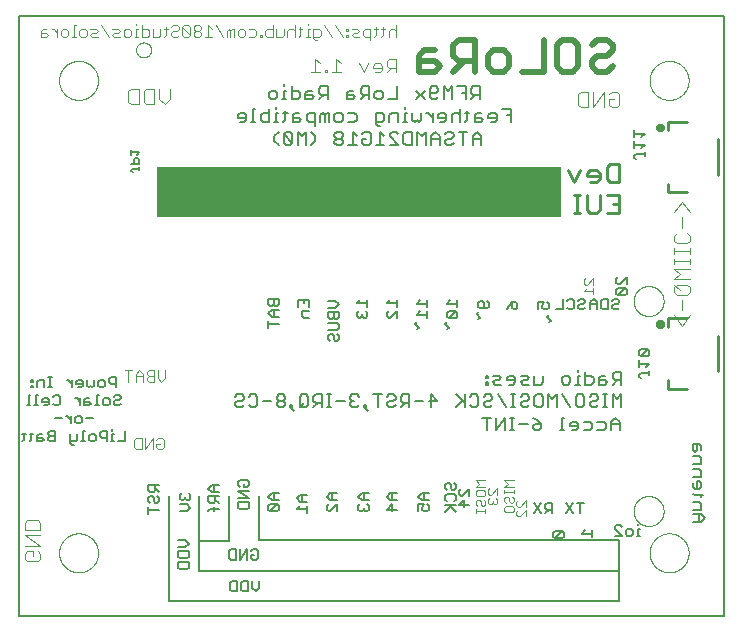
<source format=gbo>
G75*
%MOIN*%
%OFA0B0*%
%FSLAX25Y25*%
%IPPOS*%
%LPD*%
%AMOC8*
5,1,8,0,0,1.08239X$1,22.5*
%
%ADD10C,0.00000*%
%ADD11C,0.00500*%
%ADD12C,0.00700*%
%ADD13C,0.00400*%
%ADD14C,0.00800*%
%ADD15C,0.01000*%
%ADD16C,0.00600*%
%ADD17C,0.00300*%
%ADD18C,0.01900*%
%ADD19R,1.35000X0.17000*%
%ADD20C,0.01575*%
D10*
X0052595Y0077996D02*
X0052597Y0078157D01*
X0052603Y0078317D01*
X0052613Y0078478D01*
X0052627Y0078638D01*
X0052645Y0078798D01*
X0052666Y0078957D01*
X0052692Y0079116D01*
X0052722Y0079274D01*
X0052755Y0079431D01*
X0052793Y0079588D01*
X0052834Y0079743D01*
X0052879Y0079897D01*
X0052928Y0080050D01*
X0052981Y0080202D01*
X0053037Y0080353D01*
X0053098Y0080502D01*
X0053161Y0080650D01*
X0053229Y0080796D01*
X0053300Y0080940D01*
X0053374Y0081082D01*
X0053452Y0081223D01*
X0053534Y0081361D01*
X0053619Y0081498D01*
X0053707Y0081632D01*
X0053799Y0081764D01*
X0053894Y0081894D01*
X0053992Y0082022D01*
X0054093Y0082147D01*
X0054197Y0082269D01*
X0054304Y0082389D01*
X0054414Y0082506D01*
X0054527Y0082621D01*
X0054643Y0082732D01*
X0054762Y0082841D01*
X0054883Y0082946D01*
X0055007Y0083049D01*
X0055133Y0083149D01*
X0055261Y0083245D01*
X0055392Y0083338D01*
X0055526Y0083428D01*
X0055661Y0083515D01*
X0055799Y0083598D01*
X0055938Y0083678D01*
X0056080Y0083754D01*
X0056223Y0083827D01*
X0056368Y0083896D01*
X0056515Y0083962D01*
X0056663Y0084024D01*
X0056813Y0084082D01*
X0056964Y0084137D01*
X0057117Y0084188D01*
X0057271Y0084235D01*
X0057426Y0084278D01*
X0057582Y0084317D01*
X0057738Y0084353D01*
X0057896Y0084384D01*
X0058054Y0084412D01*
X0058213Y0084436D01*
X0058373Y0084456D01*
X0058533Y0084472D01*
X0058693Y0084484D01*
X0058854Y0084492D01*
X0059015Y0084496D01*
X0059175Y0084496D01*
X0059336Y0084492D01*
X0059497Y0084484D01*
X0059657Y0084472D01*
X0059817Y0084456D01*
X0059977Y0084436D01*
X0060136Y0084412D01*
X0060294Y0084384D01*
X0060452Y0084353D01*
X0060608Y0084317D01*
X0060764Y0084278D01*
X0060919Y0084235D01*
X0061073Y0084188D01*
X0061226Y0084137D01*
X0061377Y0084082D01*
X0061527Y0084024D01*
X0061675Y0083962D01*
X0061822Y0083896D01*
X0061967Y0083827D01*
X0062110Y0083754D01*
X0062252Y0083678D01*
X0062391Y0083598D01*
X0062529Y0083515D01*
X0062664Y0083428D01*
X0062798Y0083338D01*
X0062929Y0083245D01*
X0063057Y0083149D01*
X0063183Y0083049D01*
X0063307Y0082946D01*
X0063428Y0082841D01*
X0063547Y0082732D01*
X0063663Y0082621D01*
X0063776Y0082506D01*
X0063886Y0082389D01*
X0063993Y0082269D01*
X0064097Y0082147D01*
X0064198Y0082022D01*
X0064296Y0081894D01*
X0064391Y0081764D01*
X0064483Y0081632D01*
X0064571Y0081498D01*
X0064656Y0081361D01*
X0064738Y0081223D01*
X0064816Y0081082D01*
X0064890Y0080940D01*
X0064961Y0080796D01*
X0065029Y0080650D01*
X0065092Y0080502D01*
X0065153Y0080353D01*
X0065209Y0080202D01*
X0065262Y0080050D01*
X0065311Y0079897D01*
X0065356Y0079743D01*
X0065397Y0079588D01*
X0065435Y0079431D01*
X0065468Y0079274D01*
X0065498Y0079116D01*
X0065524Y0078957D01*
X0065545Y0078798D01*
X0065563Y0078638D01*
X0065577Y0078478D01*
X0065587Y0078317D01*
X0065593Y0078157D01*
X0065595Y0077996D01*
X0065593Y0077835D01*
X0065587Y0077675D01*
X0065577Y0077514D01*
X0065563Y0077354D01*
X0065545Y0077194D01*
X0065524Y0077035D01*
X0065498Y0076876D01*
X0065468Y0076718D01*
X0065435Y0076561D01*
X0065397Y0076404D01*
X0065356Y0076249D01*
X0065311Y0076095D01*
X0065262Y0075942D01*
X0065209Y0075790D01*
X0065153Y0075639D01*
X0065092Y0075490D01*
X0065029Y0075342D01*
X0064961Y0075196D01*
X0064890Y0075052D01*
X0064816Y0074910D01*
X0064738Y0074769D01*
X0064656Y0074631D01*
X0064571Y0074494D01*
X0064483Y0074360D01*
X0064391Y0074228D01*
X0064296Y0074098D01*
X0064198Y0073970D01*
X0064097Y0073845D01*
X0063993Y0073723D01*
X0063886Y0073603D01*
X0063776Y0073486D01*
X0063663Y0073371D01*
X0063547Y0073260D01*
X0063428Y0073151D01*
X0063307Y0073046D01*
X0063183Y0072943D01*
X0063057Y0072843D01*
X0062929Y0072747D01*
X0062798Y0072654D01*
X0062664Y0072564D01*
X0062529Y0072477D01*
X0062391Y0072394D01*
X0062252Y0072314D01*
X0062110Y0072238D01*
X0061967Y0072165D01*
X0061822Y0072096D01*
X0061675Y0072030D01*
X0061527Y0071968D01*
X0061377Y0071910D01*
X0061226Y0071855D01*
X0061073Y0071804D01*
X0060919Y0071757D01*
X0060764Y0071714D01*
X0060608Y0071675D01*
X0060452Y0071639D01*
X0060294Y0071608D01*
X0060136Y0071580D01*
X0059977Y0071556D01*
X0059817Y0071536D01*
X0059657Y0071520D01*
X0059497Y0071508D01*
X0059336Y0071500D01*
X0059175Y0071496D01*
X0059015Y0071496D01*
X0058854Y0071500D01*
X0058693Y0071508D01*
X0058533Y0071520D01*
X0058373Y0071536D01*
X0058213Y0071556D01*
X0058054Y0071580D01*
X0057896Y0071608D01*
X0057738Y0071639D01*
X0057582Y0071675D01*
X0057426Y0071714D01*
X0057271Y0071757D01*
X0057117Y0071804D01*
X0056964Y0071855D01*
X0056813Y0071910D01*
X0056663Y0071968D01*
X0056515Y0072030D01*
X0056368Y0072096D01*
X0056223Y0072165D01*
X0056080Y0072238D01*
X0055938Y0072314D01*
X0055799Y0072394D01*
X0055661Y0072477D01*
X0055526Y0072564D01*
X0055392Y0072654D01*
X0055261Y0072747D01*
X0055133Y0072843D01*
X0055007Y0072943D01*
X0054883Y0073046D01*
X0054762Y0073151D01*
X0054643Y0073260D01*
X0054527Y0073371D01*
X0054414Y0073486D01*
X0054304Y0073603D01*
X0054197Y0073723D01*
X0054093Y0073845D01*
X0053992Y0073970D01*
X0053894Y0074098D01*
X0053799Y0074228D01*
X0053707Y0074360D01*
X0053619Y0074494D01*
X0053534Y0074631D01*
X0053452Y0074769D01*
X0053374Y0074910D01*
X0053300Y0075052D01*
X0053229Y0075196D01*
X0053161Y0075342D01*
X0053098Y0075490D01*
X0053037Y0075639D01*
X0052981Y0075790D01*
X0052928Y0075942D01*
X0052879Y0076095D01*
X0052834Y0076249D01*
X0052793Y0076404D01*
X0052755Y0076561D01*
X0052722Y0076718D01*
X0052692Y0076876D01*
X0052666Y0077035D01*
X0052645Y0077194D01*
X0052627Y0077354D01*
X0052613Y0077514D01*
X0052603Y0077675D01*
X0052597Y0077835D01*
X0052595Y0077996D01*
X0052595Y0235476D02*
X0052597Y0235637D01*
X0052603Y0235797D01*
X0052613Y0235958D01*
X0052627Y0236118D01*
X0052645Y0236278D01*
X0052666Y0236437D01*
X0052692Y0236596D01*
X0052722Y0236754D01*
X0052755Y0236911D01*
X0052793Y0237068D01*
X0052834Y0237223D01*
X0052879Y0237377D01*
X0052928Y0237530D01*
X0052981Y0237682D01*
X0053037Y0237833D01*
X0053098Y0237982D01*
X0053161Y0238130D01*
X0053229Y0238276D01*
X0053300Y0238420D01*
X0053374Y0238562D01*
X0053452Y0238703D01*
X0053534Y0238841D01*
X0053619Y0238978D01*
X0053707Y0239112D01*
X0053799Y0239244D01*
X0053894Y0239374D01*
X0053992Y0239502D01*
X0054093Y0239627D01*
X0054197Y0239749D01*
X0054304Y0239869D01*
X0054414Y0239986D01*
X0054527Y0240101D01*
X0054643Y0240212D01*
X0054762Y0240321D01*
X0054883Y0240426D01*
X0055007Y0240529D01*
X0055133Y0240629D01*
X0055261Y0240725D01*
X0055392Y0240818D01*
X0055526Y0240908D01*
X0055661Y0240995D01*
X0055799Y0241078D01*
X0055938Y0241158D01*
X0056080Y0241234D01*
X0056223Y0241307D01*
X0056368Y0241376D01*
X0056515Y0241442D01*
X0056663Y0241504D01*
X0056813Y0241562D01*
X0056964Y0241617D01*
X0057117Y0241668D01*
X0057271Y0241715D01*
X0057426Y0241758D01*
X0057582Y0241797D01*
X0057738Y0241833D01*
X0057896Y0241864D01*
X0058054Y0241892D01*
X0058213Y0241916D01*
X0058373Y0241936D01*
X0058533Y0241952D01*
X0058693Y0241964D01*
X0058854Y0241972D01*
X0059015Y0241976D01*
X0059175Y0241976D01*
X0059336Y0241972D01*
X0059497Y0241964D01*
X0059657Y0241952D01*
X0059817Y0241936D01*
X0059977Y0241916D01*
X0060136Y0241892D01*
X0060294Y0241864D01*
X0060452Y0241833D01*
X0060608Y0241797D01*
X0060764Y0241758D01*
X0060919Y0241715D01*
X0061073Y0241668D01*
X0061226Y0241617D01*
X0061377Y0241562D01*
X0061527Y0241504D01*
X0061675Y0241442D01*
X0061822Y0241376D01*
X0061967Y0241307D01*
X0062110Y0241234D01*
X0062252Y0241158D01*
X0062391Y0241078D01*
X0062529Y0240995D01*
X0062664Y0240908D01*
X0062798Y0240818D01*
X0062929Y0240725D01*
X0063057Y0240629D01*
X0063183Y0240529D01*
X0063307Y0240426D01*
X0063428Y0240321D01*
X0063547Y0240212D01*
X0063663Y0240101D01*
X0063776Y0239986D01*
X0063886Y0239869D01*
X0063993Y0239749D01*
X0064097Y0239627D01*
X0064198Y0239502D01*
X0064296Y0239374D01*
X0064391Y0239244D01*
X0064483Y0239112D01*
X0064571Y0238978D01*
X0064656Y0238841D01*
X0064738Y0238703D01*
X0064816Y0238562D01*
X0064890Y0238420D01*
X0064961Y0238276D01*
X0065029Y0238130D01*
X0065092Y0237982D01*
X0065153Y0237833D01*
X0065209Y0237682D01*
X0065262Y0237530D01*
X0065311Y0237377D01*
X0065356Y0237223D01*
X0065397Y0237068D01*
X0065435Y0236911D01*
X0065468Y0236754D01*
X0065498Y0236596D01*
X0065524Y0236437D01*
X0065545Y0236278D01*
X0065563Y0236118D01*
X0065577Y0235958D01*
X0065587Y0235797D01*
X0065593Y0235637D01*
X0065595Y0235476D01*
X0065593Y0235315D01*
X0065587Y0235155D01*
X0065577Y0234994D01*
X0065563Y0234834D01*
X0065545Y0234674D01*
X0065524Y0234515D01*
X0065498Y0234356D01*
X0065468Y0234198D01*
X0065435Y0234041D01*
X0065397Y0233884D01*
X0065356Y0233729D01*
X0065311Y0233575D01*
X0065262Y0233422D01*
X0065209Y0233270D01*
X0065153Y0233119D01*
X0065092Y0232970D01*
X0065029Y0232822D01*
X0064961Y0232676D01*
X0064890Y0232532D01*
X0064816Y0232390D01*
X0064738Y0232249D01*
X0064656Y0232111D01*
X0064571Y0231974D01*
X0064483Y0231840D01*
X0064391Y0231708D01*
X0064296Y0231578D01*
X0064198Y0231450D01*
X0064097Y0231325D01*
X0063993Y0231203D01*
X0063886Y0231083D01*
X0063776Y0230966D01*
X0063663Y0230851D01*
X0063547Y0230740D01*
X0063428Y0230631D01*
X0063307Y0230526D01*
X0063183Y0230423D01*
X0063057Y0230323D01*
X0062929Y0230227D01*
X0062798Y0230134D01*
X0062664Y0230044D01*
X0062529Y0229957D01*
X0062391Y0229874D01*
X0062252Y0229794D01*
X0062110Y0229718D01*
X0061967Y0229645D01*
X0061822Y0229576D01*
X0061675Y0229510D01*
X0061527Y0229448D01*
X0061377Y0229390D01*
X0061226Y0229335D01*
X0061073Y0229284D01*
X0060919Y0229237D01*
X0060764Y0229194D01*
X0060608Y0229155D01*
X0060452Y0229119D01*
X0060294Y0229088D01*
X0060136Y0229060D01*
X0059977Y0229036D01*
X0059817Y0229016D01*
X0059657Y0229000D01*
X0059497Y0228988D01*
X0059336Y0228980D01*
X0059175Y0228976D01*
X0059015Y0228976D01*
X0058854Y0228980D01*
X0058693Y0228988D01*
X0058533Y0229000D01*
X0058373Y0229016D01*
X0058213Y0229036D01*
X0058054Y0229060D01*
X0057896Y0229088D01*
X0057738Y0229119D01*
X0057582Y0229155D01*
X0057426Y0229194D01*
X0057271Y0229237D01*
X0057117Y0229284D01*
X0056964Y0229335D01*
X0056813Y0229390D01*
X0056663Y0229448D01*
X0056515Y0229510D01*
X0056368Y0229576D01*
X0056223Y0229645D01*
X0056080Y0229718D01*
X0055938Y0229794D01*
X0055799Y0229874D01*
X0055661Y0229957D01*
X0055526Y0230044D01*
X0055392Y0230134D01*
X0055261Y0230227D01*
X0055133Y0230323D01*
X0055007Y0230423D01*
X0054883Y0230526D01*
X0054762Y0230631D01*
X0054643Y0230740D01*
X0054527Y0230851D01*
X0054414Y0230966D01*
X0054304Y0231083D01*
X0054197Y0231203D01*
X0054093Y0231325D01*
X0053992Y0231450D01*
X0053894Y0231578D01*
X0053799Y0231708D01*
X0053707Y0231840D01*
X0053619Y0231974D01*
X0053534Y0232111D01*
X0053452Y0232249D01*
X0053374Y0232390D01*
X0053300Y0232532D01*
X0053229Y0232676D01*
X0053161Y0232822D01*
X0053098Y0232970D01*
X0053037Y0233119D01*
X0052981Y0233270D01*
X0052928Y0233422D01*
X0052879Y0233575D01*
X0052834Y0233729D01*
X0052793Y0233884D01*
X0052755Y0234041D01*
X0052722Y0234198D01*
X0052692Y0234356D01*
X0052666Y0234515D01*
X0052645Y0234674D01*
X0052627Y0234834D01*
X0052613Y0234994D01*
X0052603Y0235155D01*
X0052597Y0235315D01*
X0052595Y0235476D01*
X0078268Y0245630D02*
X0078270Y0245729D01*
X0078276Y0245829D01*
X0078286Y0245928D01*
X0078300Y0246026D01*
X0078317Y0246124D01*
X0078339Y0246221D01*
X0078364Y0246317D01*
X0078393Y0246412D01*
X0078426Y0246506D01*
X0078463Y0246598D01*
X0078503Y0246689D01*
X0078547Y0246778D01*
X0078595Y0246866D01*
X0078646Y0246951D01*
X0078700Y0247034D01*
X0078757Y0247116D01*
X0078818Y0247194D01*
X0078882Y0247271D01*
X0078948Y0247344D01*
X0079018Y0247415D01*
X0079090Y0247483D01*
X0079165Y0247549D01*
X0079243Y0247611D01*
X0079323Y0247670D01*
X0079405Y0247726D01*
X0079489Y0247778D01*
X0079576Y0247827D01*
X0079664Y0247873D01*
X0079754Y0247915D01*
X0079846Y0247954D01*
X0079939Y0247989D01*
X0080033Y0248020D01*
X0080129Y0248047D01*
X0080226Y0248070D01*
X0080323Y0248090D01*
X0080421Y0248106D01*
X0080520Y0248118D01*
X0080619Y0248126D01*
X0080718Y0248130D01*
X0080818Y0248130D01*
X0080917Y0248126D01*
X0081016Y0248118D01*
X0081115Y0248106D01*
X0081213Y0248090D01*
X0081310Y0248070D01*
X0081407Y0248047D01*
X0081503Y0248020D01*
X0081597Y0247989D01*
X0081690Y0247954D01*
X0081782Y0247915D01*
X0081872Y0247873D01*
X0081960Y0247827D01*
X0082047Y0247778D01*
X0082131Y0247726D01*
X0082213Y0247670D01*
X0082293Y0247611D01*
X0082371Y0247549D01*
X0082446Y0247483D01*
X0082518Y0247415D01*
X0082588Y0247344D01*
X0082654Y0247271D01*
X0082718Y0247194D01*
X0082779Y0247116D01*
X0082836Y0247034D01*
X0082890Y0246951D01*
X0082941Y0246866D01*
X0082989Y0246778D01*
X0083033Y0246689D01*
X0083073Y0246598D01*
X0083110Y0246506D01*
X0083143Y0246412D01*
X0083172Y0246317D01*
X0083197Y0246221D01*
X0083219Y0246124D01*
X0083236Y0246026D01*
X0083250Y0245928D01*
X0083260Y0245829D01*
X0083266Y0245729D01*
X0083268Y0245630D01*
X0083266Y0245531D01*
X0083260Y0245431D01*
X0083250Y0245332D01*
X0083236Y0245234D01*
X0083219Y0245136D01*
X0083197Y0245039D01*
X0083172Y0244943D01*
X0083143Y0244848D01*
X0083110Y0244754D01*
X0083073Y0244662D01*
X0083033Y0244571D01*
X0082989Y0244482D01*
X0082941Y0244394D01*
X0082890Y0244309D01*
X0082836Y0244226D01*
X0082779Y0244144D01*
X0082718Y0244066D01*
X0082654Y0243989D01*
X0082588Y0243916D01*
X0082518Y0243845D01*
X0082446Y0243777D01*
X0082371Y0243711D01*
X0082293Y0243649D01*
X0082213Y0243590D01*
X0082131Y0243534D01*
X0082047Y0243482D01*
X0081960Y0243433D01*
X0081872Y0243387D01*
X0081782Y0243345D01*
X0081690Y0243306D01*
X0081597Y0243271D01*
X0081503Y0243240D01*
X0081407Y0243213D01*
X0081310Y0243190D01*
X0081213Y0243170D01*
X0081115Y0243154D01*
X0081016Y0243142D01*
X0080917Y0243134D01*
X0080818Y0243130D01*
X0080718Y0243130D01*
X0080619Y0243134D01*
X0080520Y0243142D01*
X0080421Y0243154D01*
X0080323Y0243170D01*
X0080226Y0243190D01*
X0080129Y0243213D01*
X0080033Y0243240D01*
X0079939Y0243271D01*
X0079846Y0243306D01*
X0079754Y0243345D01*
X0079664Y0243387D01*
X0079576Y0243433D01*
X0079489Y0243482D01*
X0079405Y0243534D01*
X0079323Y0243590D01*
X0079243Y0243649D01*
X0079165Y0243711D01*
X0079090Y0243777D01*
X0079018Y0243845D01*
X0078948Y0243916D01*
X0078882Y0243989D01*
X0078818Y0244066D01*
X0078757Y0244144D01*
X0078700Y0244226D01*
X0078646Y0244309D01*
X0078595Y0244394D01*
X0078547Y0244482D01*
X0078503Y0244571D01*
X0078463Y0244662D01*
X0078426Y0244754D01*
X0078393Y0244848D01*
X0078364Y0244943D01*
X0078339Y0245039D01*
X0078317Y0245136D01*
X0078300Y0245234D01*
X0078286Y0245332D01*
X0078276Y0245431D01*
X0078270Y0245531D01*
X0078268Y0245630D01*
X0244095Y0161933D02*
X0244097Y0162074D01*
X0244103Y0162215D01*
X0244113Y0162355D01*
X0244127Y0162495D01*
X0244145Y0162635D01*
X0244166Y0162774D01*
X0244192Y0162913D01*
X0244221Y0163051D01*
X0244255Y0163187D01*
X0244292Y0163323D01*
X0244333Y0163458D01*
X0244378Y0163592D01*
X0244427Y0163724D01*
X0244479Y0163855D01*
X0244535Y0163984D01*
X0244595Y0164111D01*
X0244658Y0164237D01*
X0244724Y0164361D01*
X0244795Y0164484D01*
X0244868Y0164604D01*
X0244945Y0164722D01*
X0245025Y0164838D01*
X0245109Y0164951D01*
X0245195Y0165062D01*
X0245285Y0165171D01*
X0245378Y0165277D01*
X0245473Y0165380D01*
X0245572Y0165481D01*
X0245673Y0165579D01*
X0245777Y0165674D01*
X0245884Y0165766D01*
X0245993Y0165855D01*
X0246105Y0165940D01*
X0246219Y0166023D01*
X0246335Y0166103D01*
X0246454Y0166179D01*
X0246575Y0166251D01*
X0246697Y0166321D01*
X0246822Y0166386D01*
X0246948Y0166449D01*
X0247076Y0166507D01*
X0247206Y0166562D01*
X0247337Y0166614D01*
X0247470Y0166661D01*
X0247604Y0166705D01*
X0247739Y0166746D01*
X0247875Y0166782D01*
X0248012Y0166814D01*
X0248150Y0166843D01*
X0248288Y0166868D01*
X0248428Y0166888D01*
X0248568Y0166905D01*
X0248708Y0166918D01*
X0248849Y0166927D01*
X0248989Y0166932D01*
X0249130Y0166933D01*
X0249271Y0166930D01*
X0249412Y0166923D01*
X0249552Y0166912D01*
X0249692Y0166897D01*
X0249832Y0166878D01*
X0249971Y0166856D01*
X0250109Y0166829D01*
X0250247Y0166799D01*
X0250383Y0166764D01*
X0250519Y0166726D01*
X0250653Y0166684D01*
X0250787Y0166638D01*
X0250919Y0166589D01*
X0251049Y0166535D01*
X0251178Y0166478D01*
X0251305Y0166418D01*
X0251431Y0166354D01*
X0251554Y0166286D01*
X0251676Y0166215D01*
X0251796Y0166141D01*
X0251913Y0166063D01*
X0252028Y0165982D01*
X0252141Y0165898D01*
X0252252Y0165811D01*
X0252360Y0165720D01*
X0252465Y0165627D01*
X0252568Y0165530D01*
X0252668Y0165431D01*
X0252765Y0165329D01*
X0252859Y0165224D01*
X0252950Y0165117D01*
X0253038Y0165007D01*
X0253123Y0164895D01*
X0253205Y0164780D01*
X0253284Y0164663D01*
X0253359Y0164544D01*
X0253431Y0164423D01*
X0253499Y0164300D01*
X0253564Y0164175D01*
X0253626Y0164048D01*
X0253683Y0163919D01*
X0253738Y0163789D01*
X0253788Y0163658D01*
X0253835Y0163525D01*
X0253878Y0163391D01*
X0253917Y0163255D01*
X0253952Y0163119D01*
X0253984Y0162982D01*
X0254011Y0162844D01*
X0254035Y0162705D01*
X0254055Y0162565D01*
X0254071Y0162425D01*
X0254083Y0162285D01*
X0254091Y0162144D01*
X0254095Y0162003D01*
X0254095Y0161863D01*
X0254091Y0161722D01*
X0254083Y0161581D01*
X0254071Y0161441D01*
X0254055Y0161301D01*
X0254035Y0161161D01*
X0254011Y0161022D01*
X0253984Y0160884D01*
X0253952Y0160747D01*
X0253917Y0160611D01*
X0253878Y0160475D01*
X0253835Y0160341D01*
X0253788Y0160208D01*
X0253738Y0160077D01*
X0253683Y0159947D01*
X0253626Y0159818D01*
X0253564Y0159691D01*
X0253499Y0159566D01*
X0253431Y0159443D01*
X0253359Y0159322D01*
X0253284Y0159203D01*
X0253205Y0159086D01*
X0253123Y0158971D01*
X0253038Y0158859D01*
X0252950Y0158749D01*
X0252859Y0158642D01*
X0252765Y0158537D01*
X0252668Y0158435D01*
X0252568Y0158336D01*
X0252465Y0158239D01*
X0252360Y0158146D01*
X0252252Y0158055D01*
X0252141Y0157968D01*
X0252028Y0157884D01*
X0251913Y0157803D01*
X0251796Y0157725D01*
X0251676Y0157651D01*
X0251554Y0157580D01*
X0251431Y0157512D01*
X0251305Y0157448D01*
X0251178Y0157388D01*
X0251049Y0157331D01*
X0250919Y0157277D01*
X0250787Y0157228D01*
X0250653Y0157182D01*
X0250519Y0157140D01*
X0250383Y0157102D01*
X0250247Y0157067D01*
X0250109Y0157037D01*
X0249971Y0157010D01*
X0249832Y0156988D01*
X0249692Y0156969D01*
X0249552Y0156954D01*
X0249412Y0156943D01*
X0249271Y0156936D01*
X0249130Y0156933D01*
X0248989Y0156934D01*
X0248849Y0156939D01*
X0248708Y0156948D01*
X0248568Y0156961D01*
X0248428Y0156978D01*
X0248288Y0156998D01*
X0248150Y0157023D01*
X0248012Y0157052D01*
X0247875Y0157084D01*
X0247739Y0157120D01*
X0247604Y0157161D01*
X0247470Y0157205D01*
X0247337Y0157252D01*
X0247206Y0157304D01*
X0247076Y0157359D01*
X0246948Y0157417D01*
X0246822Y0157480D01*
X0246697Y0157545D01*
X0246575Y0157615D01*
X0246454Y0157687D01*
X0246335Y0157763D01*
X0246219Y0157843D01*
X0246105Y0157926D01*
X0245993Y0158011D01*
X0245884Y0158100D01*
X0245777Y0158192D01*
X0245673Y0158287D01*
X0245572Y0158385D01*
X0245473Y0158486D01*
X0245378Y0158589D01*
X0245285Y0158695D01*
X0245195Y0158804D01*
X0245109Y0158915D01*
X0245025Y0159028D01*
X0244945Y0159144D01*
X0244868Y0159262D01*
X0244795Y0159382D01*
X0244724Y0159505D01*
X0244658Y0159629D01*
X0244595Y0159755D01*
X0244535Y0159882D01*
X0244479Y0160011D01*
X0244427Y0160142D01*
X0244378Y0160274D01*
X0244333Y0160408D01*
X0244292Y0160543D01*
X0244255Y0160679D01*
X0244221Y0160815D01*
X0244192Y0160953D01*
X0244166Y0161092D01*
X0244145Y0161231D01*
X0244127Y0161371D01*
X0244113Y0161511D01*
X0244103Y0161651D01*
X0244097Y0161792D01*
X0244095Y0161933D01*
X0244095Y0091933D02*
X0244097Y0092074D01*
X0244103Y0092215D01*
X0244113Y0092355D01*
X0244127Y0092495D01*
X0244145Y0092635D01*
X0244166Y0092774D01*
X0244192Y0092913D01*
X0244221Y0093051D01*
X0244255Y0093187D01*
X0244292Y0093323D01*
X0244333Y0093458D01*
X0244378Y0093592D01*
X0244427Y0093724D01*
X0244479Y0093855D01*
X0244535Y0093984D01*
X0244595Y0094111D01*
X0244658Y0094237D01*
X0244724Y0094361D01*
X0244795Y0094484D01*
X0244868Y0094604D01*
X0244945Y0094722D01*
X0245025Y0094838D01*
X0245109Y0094951D01*
X0245195Y0095062D01*
X0245285Y0095171D01*
X0245378Y0095277D01*
X0245473Y0095380D01*
X0245572Y0095481D01*
X0245673Y0095579D01*
X0245777Y0095674D01*
X0245884Y0095766D01*
X0245993Y0095855D01*
X0246105Y0095940D01*
X0246219Y0096023D01*
X0246335Y0096103D01*
X0246454Y0096179D01*
X0246575Y0096251D01*
X0246697Y0096321D01*
X0246822Y0096386D01*
X0246948Y0096449D01*
X0247076Y0096507D01*
X0247206Y0096562D01*
X0247337Y0096614D01*
X0247470Y0096661D01*
X0247604Y0096705D01*
X0247739Y0096746D01*
X0247875Y0096782D01*
X0248012Y0096814D01*
X0248150Y0096843D01*
X0248288Y0096868D01*
X0248428Y0096888D01*
X0248568Y0096905D01*
X0248708Y0096918D01*
X0248849Y0096927D01*
X0248989Y0096932D01*
X0249130Y0096933D01*
X0249271Y0096930D01*
X0249412Y0096923D01*
X0249552Y0096912D01*
X0249692Y0096897D01*
X0249832Y0096878D01*
X0249971Y0096856D01*
X0250109Y0096829D01*
X0250247Y0096799D01*
X0250383Y0096764D01*
X0250519Y0096726D01*
X0250653Y0096684D01*
X0250787Y0096638D01*
X0250919Y0096589D01*
X0251049Y0096535D01*
X0251178Y0096478D01*
X0251305Y0096418D01*
X0251431Y0096354D01*
X0251554Y0096286D01*
X0251676Y0096215D01*
X0251796Y0096141D01*
X0251913Y0096063D01*
X0252028Y0095982D01*
X0252141Y0095898D01*
X0252252Y0095811D01*
X0252360Y0095720D01*
X0252465Y0095627D01*
X0252568Y0095530D01*
X0252668Y0095431D01*
X0252765Y0095329D01*
X0252859Y0095224D01*
X0252950Y0095117D01*
X0253038Y0095007D01*
X0253123Y0094895D01*
X0253205Y0094780D01*
X0253284Y0094663D01*
X0253359Y0094544D01*
X0253431Y0094423D01*
X0253499Y0094300D01*
X0253564Y0094175D01*
X0253626Y0094048D01*
X0253683Y0093919D01*
X0253738Y0093789D01*
X0253788Y0093658D01*
X0253835Y0093525D01*
X0253878Y0093391D01*
X0253917Y0093255D01*
X0253952Y0093119D01*
X0253984Y0092982D01*
X0254011Y0092844D01*
X0254035Y0092705D01*
X0254055Y0092565D01*
X0254071Y0092425D01*
X0254083Y0092285D01*
X0254091Y0092144D01*
X0254095Y0092003D01*
X0254095Y0091863D01*
X0254091Y0091722D01*
X0254083Y0091581D01*
X0254071Y0091441D01*
X0254055Y0091301D01*
X0254035Y0091161D01*
X0254011Y0091022D01*
X0253984Y0090884D01*
X0253952Y0090747D01*
X0253917Y0090611D01*
X0253878Y0090475D01*
X0253835Y0090341D01*
X0253788Y0090208D01*
X0253738Y0090077D01*
X0253683Y0089947D01*
X0253626Y0089818D01*
X0253564Y0089691D01*
X0253499Y0089566D01*
X0253431Y0089443D01*
X0253359Y0089322D01*
X0253284Y0089203D01*
X0253205Y0089086D01*
X0253123Y0088971D01*
X0253038Y0088859D01*
X0252950Y0088749D01*
X0252859Y0088642D01*
X0252765Y0088537D01*
X0252668Y0088435D01*
X0252568Y0088336D01*
X0252465Y0088239D01*
X0252360Y0088146D01*
X0252252Y0088055D01*
X0252141Y0087968D01*
X0252028Y0087884D01*
X0251913Y0087803D01*
X0251796Y0087725D01*
X0251676Y0087651D01*
X0251554Y0087580D01*
X0251431Y0087512D01*
X0251305Y0087448D01*
X0251178Y0087388D01*
X0251049Y0087331D01*
X0250919Y0087277D01*
X0250787Y0087228D01*
X0250653Y0087182D01*
X0250519Y0087140D01*
X0250383Y0087102D01*
X0250247Y0087067D01*
X0250109Y0087037D01*
X0249971Y0087010D01*
X0249832Y0086988D01*
X0249692Y0086969D01*
X0249552Y0086954D01*
X0249412Y0086943D01*
X0249271Y0086936D01*
X0249130Y0086933D01*
X0248989Y0086934D01*
X0248849Y0086939D01*
X0248708Y0086948D01*
X0248568Y0086961D01*
X0248428Y0086978D01*
X0248288Y0086998D01*
X0248150Y0087023D01*
X0248012Y0087052D01*
X0247875Y0087084D01*
X0247739Y0087120D01*
X0247604Y0087161D01*
X0247470Y0087205D01*
X0247337Y0087252D01*
X0247206Y0087304D01*
X0247076Y0087359D01*
X0246948Y0087417D01*
X0246822Y0087480D01*
X0246697Y0087545D01*
X0246575Y0087615D01*
X0246454Y0087687D01*
X0246335Y0087763D01*
X0246219Y0087843D01*
X0246105Y0087926D01*
X0245993Y0088011D01*
X0245884Y0088100D01*
X0245777Y0088192D01*
X0245673Y0088287D01*
X0245572Y0088385D01*
X0245473Y0088486D01*
X0245378Y0088589D01*
X0245285Y0088695D01*
X0245195Y0088804D01*
X0245109Y0088915D01*
X0245025Y0089028D01*
X0244945Y0089144D01*
X0244868Y0089262D01*
X0244795Y0089382D01*
X0244724Y0089505D01*
X0244658Y0089629D01*
X0244595Y0089755D01*
X0244535Y0089882D01*
X0244479Y0090011D01*
X0244427Y0090142D01*
X0244378Y0090274D01*
X0244333Y0090408D01*
X0244292Y0090543D01*
X0244255Y0090679D01*
X0244221Y0090815D01*
X0244192Y0090953D01*
X0244166Y0091092D01*
X0244145Y0091231D01*
X0244127Y0091371D01*
X0244113Y0091511D01*
X0244103Y0091651D01*
X0244097Y0091792D01*
X0244095Y0091933D01*
X0249446Y0077996D02*
X0249448Y0078157D01*
X0249454Y0078317D01*
X0249464Y0078478D01*
X0249478Y0078638D01*
X0249496Y0078798D01*
X0249517Y0078957D01*
X0249543Y0079116D01*
X0249573Y0079274D01*
X0249606Y0079431D01*
X0249644Y0079588D01*
X0249685Y0079743D01*
X0249730Y0079897D01*
X0249779Y0080050D01*
X0249832Y0080202D01*
X0249888Y0080353D01*
X0249949Y0080502D01*
X0250012Y0080650D01*
X0250080Y0080796D01*
X0250151Y0080940D01*
X0250225Y0081082D01*
X0250303Y0081223D01*
X0250385Y0081361D01*
X0250470Y0081498D01*
X0250558Y0081632D01*
X0250650Y0081764D01*
X0250745Y0081894D01*
X0250843Y0082022D01*
X0250944Y0082147D01*
X0251048Y0082269D01*
X0251155Y0082389D01*
X0251265Y0082506D01*
X0251378Y0082621D01*
X0251494Y0082732D01*
X0251613Y0082841D01*
X0251734Y0082946D01*
X0251858Y0083049D01*
X0251984Y0083149D01*
X0252112Y0083245D01*
X0252243Y0083338D01*
X0252377Y0083428D01*
X0252512Y0083515D01*
X0252650Y0083598D01*
X0252789Y0083678D01*
X0252931Y0083754D01*
X0253074Y0083827D01*
X0253219Y0083896D01*
X0253366Y0083962D01*
X0253514Y0084024D01*
X0253664Y0084082D01*
X0253815Y0084137D01*
X0253968Y0084188D01*
X0254122Y0084235D01*
X0254277Y0084278D01*
X0254433Y0084317D01*
X0254589Y0084353D01*
X0254747Y0084384D01*
X0254905Y0084412D01*
X0255064Y0084436D01*
X0255224Y0084456D01*
X0255384Y0084472D01*
X0255544Y0084484D01*
X0255705Y0084492D01*
X0255866Y0084496D01*
X0256026Y0084496D01*
X0256187Y0084492D01*
X0256348Y0084484D01*
X0256508Y0084472D01*
X0256668Y0084456D01*
X0256828Y0084436D01*
X0256987Y0084412D01*
X0257145Y0084384D01*
X0257303Y0084353D01*
X0257459Y0084317D01*
X0257615Y0084278D01*
X0257770Y0084235D01*
X0257924Y0084188D01*
X0258077Y0084137D01*
X0258228Y0084082D01*
X0258378Y0084024D01*
X0258526Y0083962D01*
X0258673Y0083896D01*
X0258818Y0083827D01*
X0258961Y0083754D01*
X0259103Y0083678D01*
X0259242Y0083598D01*
X0259380Y0083515D01*
X0259515Y0083428D01*
X0259649Y0083338D01*
X0259780Y0083245D01*
X0259908Y0083149D01*
X0260034Y0083049D01*
X0260158Y0082946D01*
X0260279Y0082841D01*
X0260398Y0082732D01*
X0260514Y0082621D01*
X0260627Y0082506D01*
X0260737Y0082389D01*
X0260844Y0082269D01*
X0260948Y0082147D01*
X0261049Y0082022D01*
X0261147Y0081894D01*
X0261242Y0081764D01*
X0261334Y0081632D01*
X0261422Y0081498D01*
X0261507Y0081361D01*
X0261589Y0081223D01*
X0261667Y0081082D01*
X0261741Y0080940D01*
X0261812Y0080796D01*
X0261880Y0080650D01*
X0261943Y0080502D01*
X0262004Y0080353D01*
X0262060Y0080202D01*
X0262113Y0080050D01*
X0262162Y0079897D01*
X0262207Y0079743D01*
X0262248Y0079588D01*
X0262286Y0079431D01*
X0262319Y0079274D01*
X0262349Y0079116D01*
X0262375Y0078957D01*
X0262396Y0078798D01*
X0262414Y0078638D01*
X0262428Y0078478D01*
X0262438Y0078317D01*
X0262444Y0078157D01*
X0262446Y0077996D01*
X0262444Y0077835D01*
X0262438Y0077675D01*
X0262428Y0077514D01*
X0262414Y0077354D01*
X0262396Y0077194D01*
X0262375Y0077035D01*
X0262349Y0076876D01*
X0262319Y0076718D01*
X0262286Y0076561D01*
X0262248Y0076404D01*
X0262207Y0076249D01*
X0262162Y0076095D01*
X0262113Y0075942D01*
X0262060Y0075790D01*
X0262004Y0075639D01*
X0261943Y0075490D01*
X0261880Y0075342D01*
X0261812Y0075196D01*
X0261741Y0075052D01*
X0261667Y0074910D01*
X0261589Y0074769D01*
X0261507Y0074631D01*
X0261422Y0074494D01*
X0261334Y0074360D01*
X0261242Y0074228D01*
X0261147Y0074098D01*
X0261049Y0073970D01*
X0260948Y0073845D01*
X0260844Y0073723D01*
X0260737Y0073603D01*
X0260627Y0073486D01*
X0260514Y0073371D01*
X0260398Y0073260D01*
X0260279Y0073151D01*
X0260158Y0073046D01*
X0260034Y0072943D01*
X0259908Y0072843D01*
X0259780Y0072747D01*
X0259649Y0072654D01*
X0259515Y0072564D01*
X0259380Y0072477D01*
X0259242Y0072394D01*
X0259103Y0072314D01*
X0258961Y0072238D01*
X0258818Y0072165D01*
X0258673Y0072096D01*
X0258526Y0072030D01*
X0258378Y0071968D01*
X0258228Y0071910D01*
X0258077Y0071855D01*
X0257924Y0071804D01*
X0257770Y0071757D01*
X0257615Y0071714D01*
X0257459Y0071675D01*
X0257303Y0071639D01*
X0257145Y0071608D01*
X0256987Y0071580D01*
X0256828Y0071556D01*
X0256668Y0071536D01*
X0256508Y0071520D01*
X0256348Y0071508D01*
X0256187Y0071500D01*
X0256026Y0071496D01*
X0255866Y0071496D01*
X0255705Y0071500D01*
X0255544Y0071508D01*
X0255384Y0071520D01*
X0255224Y0071536D01*
X0255064Y0071556D01*
X0254905Y0071580D01*
X0254747Y0071608D01*
X0254589Y0071639D01*
X0254433Y0071675D01*
X0254277Y0071714D01*
X0254122Y0071757D01*
X0253968Y0071804D01*
X0253815Y0071855D01*
X0253664Y0071910D01*
X0253514Y0071968D01*
X0253366Y0072030D01*
X0253219Y0072096D01*
X0253074Y0072165D01*
X0252931Y0072238D01*
X0252789Y0072314D01*
X0252650Y0072394D01*
X0252512Y0072477D01*
X0252377Y0072564D01*
X0252243Y0072654D01*
X0252112Y0072747D01*
X0251984Y0072843D01*
X0251858Y0072943D01*
X0251734Y0073046D01*
X0251613Y0073151D01*
X0251494Y0073260D01*
X0251378Y0073371D01*
X0251265Y0073486D01*
X0251155Y0073603D01*
X0251048Y0073723D01*
X0250944Y0073845D01*
X0250843Y0073970D01*
X0250745Y0074098D01*
X0250650Y0074228D01*
X0250558Y0074360D01*
X0250470Y0074494D01*
X0250385Y0074631D01*
X0250303Y0074769D01*
X0250225Y0074910D01*
X0250151Y0075052D01*
X0250080Y0075196D01*
X0250012Y0075342D01*
X0249949Y0075490D01*
X0249888Y0075639D01*
X0249832Y0075790D01*
X0249779Y0075942D01*
X0249730Y0076095D01*
X0249685Y0076249D01*
X0249644Y0076404D01*
X0249606Y0076561D01*
X0249573Y0076718D01*
X0249543Y0076876D01*
X0249517Y0077035D01*
X0249496Y0077194D01*
X0249478Y0077354D01*
X0249464Y0077514D01*
X0249454Y0077675D01*
X0249448Y0077835D01*
X0249446Y0077996D01*
X0249446Y0235476D02*
X0249448Y0235637D01*
X0249454Y0235797D01*
X0249464Y0235958D01*
X0249478Y0236118D01*
X0249496Y0236278D01*
X0249517Y0236437D01*
X0249543Y0236596D01*
X0249573Y0236754D01*
X0249606Y0236911D01*
X0249644Y0237068D01*
X0249685Y0237223D01*
X0249730Y0237377D01*
X0249779Y0237530D01*
X0249832Y0237682D01*
X0249888Y0237833D01*
X0249949Y0237982D01*
X0250012Y0238130D01*
X0250080Y0238276D01*
X0250151Y0238420D01*
X0250225Y0238562D01*
X0250303Y0238703D01*
X0250385Y0238841D01*
X0250470Y0238978D01*
X0250558Y0239112D01*
X0250650Y0239244D01*
X0250745Y0239374D01*
X0250843Y0239502D01*
X0250944Y0239627D01*
X0251048Y0239749D01*
X0251155Y0239869D01*
X0251265Y0239986D01*
X0251378Y0240101D01*
X0251494Y0240212D01*
X0251613Y0240321D01*
X0251734Y0240426D01*
X0251858Y0240529D01*
X0251984Y0240629D01*
X0252112Y0240725D01*
X0252243Y0240818D01*
X0252377Y0240908D01*
X0252512Y0240995D01*
X0252650Y0241078D01*
X0252789Y0241158D01*
X0252931Y0241234D01*
X0253074Y0241307D01*
X0253219Y0241376D01*
X0253366Y0241442D01*
X0253514Y0241504D01*
X0253664Y0241562D01*
X0253815Y0241617D01*
X0253968Y0241668D01*
X0254122Y0241715D01*
X0254277Y0241758D01*
X0254433Y0241797D01*
X0254589Y0241833D01*
X0254747Y0241864D01*
X0254905Y0241892D01*
X0255064Y0241916D01*
X0255224Y0241936D01*
X0255384Y0241952D01*
X0255544Y0241964D01*
X0255705Y0241972D01*
X0255866Y0241976D01*
X0256026Y0241976D01*
X0256187Y0241972D01*
X0256348Y0241964D01*
X0256508Y0241952D01*
X0256668Y0241936D01*
X0256828Y0241916D01*
X0256987Y0241892D01*
X0257145Y0241864D01*
X0257303Y0241833D01*
X0257459Y0241797D01*
X0257615Y0241758D01*
X0257770Y0241715D01*
X0257924Y0241668D01*
X0258077Y0241617D01*
X0258228Y0241562D01*
X0258378Y0241504D01*
X0258526Y0241442D01*
X0258673Y0241376D01*
X0258818Y0241307D01*
X0258961Y0241234D01*
X0259103Y0241158D01*
X0259242Y0241078D01*
X0259380Y0240995D01*
X0259515Y0240908D01*
X0259649Y0240818D01*
X0259780Y0240725D01*
X0259908Y0240629D01*
X0260034Y0240529D01*
X0260158Y0240426D01*
X0260279Y0240321D01*
X0260398Y0240212D01*
X0260514Y0240101D01*
X0260627Y0239986D01*
X0260737Y0239869D01*
X0260844Y0239749D01*
X0260948Y0239627D01*
X0261049Y0239502D01*
X0261147Y0239374D01*
X0261242Y0239244D01*
X0261334Y0239112D01*
X0261422Y0238978D01*
X0261507Y0238841D01*
X0261589Y0238703D01*
X0261667Y0238562D01*
X0261741Y0238420D01*
X0261812Y0238276D01*
X0261880Y0238130D01*
X0261943Y0237982D01*
X0262004Y0237833D01*
X0262060Y0237682D01*
X0262113Y0237530D01*
X0262162Y0237377D01*
X0262207Y0237223D01*
X0262248Y0237068D01*
X0262286Y0236911D01*
X0262319Y0236754D01*
X0262349Y0236596D01*
X0262375Y0236437D01*
X0262396Y0236278D01*
X0262414Y0236118D01*
X0262428Y0235958D01*
X0262438Y0235797D01*
X0262444Y0235637D01*
X0262446Y0235476D01*
X0262444Y0235315D01*
X0262438Y0235155D01*
X0262428Y0234994D01*
X0262414Y0234834D01*
X0262396Y0234674D01*
X0262375Y0234515D01*
X0262349Y0234356D01*
X0262319Y0234198D01*
X0262286Y0234041D01*
X0262248Y0233884D01*
X0262207Y0233729D01*
X0262162Y0233575D01*
X0262113Y0233422D01*
X0262060Y0233270D01*
X0262004Y0233119D01*
X0261943Y0232970D01*
X0261880Y0232822D01*
X0261812Y0232676D01*
X0261741Y0232532D01*
X0261667Y0232390D01*
X0261589Y0232249D01*
X0261507Y0232111D01*
X0261422Y0231974D01*
X0261334Y0231840D01*
X0261242Y0231708D01*
X0261147Y0231578D01*
X0261049Y0231450D01*
X0260948Y0231325D01*
X0260844Y0231203D01*
X0260737Y0231083D01*
X0260627Y0230966D01*
X0260514Y0230851D01*
X0260398Y0230740D01*
X0260279Y0230631D01*
X0260158Y0230526D01*
X0260034Y0230423D01*
X0259908Y0230323D01*
X0259780Y0230227D01*
X0259649Y0230134D01*
X0259515Y0230044D01*
X0259380Y0229957D01*
X0259242Y0229874D01*
X0259103Y0229794D01*
X0258961Y0229718D01*
X0258818Y0229645D01*
X0258673Y0229576D01*
X0258526Y0229510D01*
X0258378Y0229448D01*
X0258228Y0229390D01*
X0258077Y0229335D01*
X0257924Y0229284D01*
X0257770Y0229237D01*
X0257615Y0229194D01*
X0257459Y0229155D01*
X0257303Y0229119D01*
X0257145Y0229088D01*
X0256987Y0229060D01*
X0256828Y0229036D01*
X0256668Y0229016D01*
X0256508Y0229000D01*
X0256348Y0228988D01*
X0256187Y0228980D01*
X0256026Y0228976D01*
X0255866Y0228976D01*
X0255705Y0228980D01*
X0255544Y0228988D01*
X0255384Y0229000D01*
X0255224Y0229016D01*
X0255064Y0229036D01*
X0254905Y0229060D01*
X0254747Y0229088D01*
X0254589Y0229119D01*
X0254433Y0229155D01*
X0254277Y0229194D01*
X0254122Y0229237D01*
X0253968Y0229284D01*
X0253815Y0229335D01*
X0253664Y0229390D01*
X0253514Y0229448D01*
X0253366Y0229510D01*
X0253219Y0229576D01*
X0253074Y0229645D01*
X0252931Y0229718D01*
X0252789Y0229794D01*
X0252650Y0229874D01*
X0252512Y0229957D01*
X0252377Y0230044D01*
X0252243Y0230134D01*
X0252112Y0230227D01*
X0251984Y0230323D01*
X0251858Y0230423D01*
X0251734Y0230526D01*
X0251613Y0230631D01*
X0251494Y0230740D01*
X0251378Y0230851D01*
X0251265Y0230966D01*
X0251155Y0231083D01*
X0251048Y0231203D01*
X0250944Y0231325D01*
X0250843Y0231450D01*
X0250745Y0231578D01*
X0250650Y0231708D01*
X0250558Y0231840D01*
X0250470Y0231974D01*
X0250385Y0232111D01*
X0250303Y0232249D01*
X0250225Y0232390D01*
X0250151Y0232532D01*
X0250080Y0232676D01*
X0250012Y0232822D01*
X0249949Y0232970D01*
X0249888Y0233119D01*
X0249832Y0233270D01*
X0249779Y0233422D01*
X0249730Y0233575D01*
X0249685Y0233729D01*
X0249644Y0233884D01*
X0249606Y0234041D01*
X0249573Y0234198D01*
X0249543Y0234356D01*
X0249517Y0234515D01*
X0249496Y0234674D01*
X0249478Y0234834D01*
X0249464Y0234994D01*
X0249454Y0235155D01*
X0249448Y0235315D01*
X0249446Y0235476D01*
D11*
X0244345Y0218835D02*
X0244345Y0216500D01*
X0244345Y0217668D02*
X0247848Y0217668D01*
X0246680Y0216500D01*
X0244345Y0215152D02*
X0244345Y0212817D01*
X0244345Y0213984D02*
X0247848Y0213984D01*
X0246680Y0212817D01*
X0247848Y0211469D02*
X0247848Y0210301D01*
X0247848Y0210885D02*
X0244929Y0210885D01*
X0244345Y0210301D01*
X0244345Y0209717D01*
X0244929Y0209134D01*
X0241845Y0169866D02*
X0239510Y0167531D01*
X0238926Y0167531D01*
X0238342Y0168115D01*
X0238342Y0169282D01*
X0238926Y0169866D01*
X0241845Y0169866D02*
X0241845Y0167531D01*
X0241261Y0166183D02*
X0238926Y0163848D01*
X0241261Y0163848D01*
X0241845Y0164432D01*
X0241845Y0165599D01*
X0241261Y0166183D01*
X0238926Y0166183D01*
X0238342Y0165599D01*
X0238342Y0164432D01*
X0238926Y0163848D01*
X0238786Y0162686D02*
X0239370Y0162102D01*
X0239370Y0161518D01*
X0238786Y0160935D01*
X0237618Y0160935D01*
X0237035Y0160351D01*
X0237035Y0159767D01*
X0237618Y0159183D01*
X0238786Y0159183D01*
X0239370Y0159767D01*
X0238786Y0162686D02*
X0237618Y0162686D01*
X0237035Y0162102D01*
X0235687Y0162686D02*
X0233935Y0162686D01*
X0233351Y0162102D01*
X0233351Y0159767D01*
X0233935Y0159183D01*
X0235687Y0159183D01*
X0235687Y0162686D01*
X0232004Y0161518D02*
X0232004Y0159183D01*
X0232004Y0160935D02*
X0229668Y0160935D01*
X0229668Y0161518D02*
X0229668Y0159183D01*
X0227870Y0159767D02*
X0227286Y0159183D01*
X0226118Y0159183D01*
X0225535Y0159767D01*
X0225535Y0160351D01*
X0226118Y0160935D01*
X0227286Y0160935D01*
X0227870Y0161518D01*
X0227870Y0162102D01*
X0227286Y0162686D01*
X0226118Y0162686D01*
X0225535Y0162102D01*
X0224187Y0162102D02*
X0224187Y0159767D01*
X0223603Y0159183D01*
X0222435Y0159183D01*
X0221851Y0159767D01*
X0220504Y0159183D02*
X0218168Y0159183D01*
X0220504Y0159183D02*
X0220504Y0162686D01*
X0221851Y0162102D02*
X0222435Y0162686D01*
X0223603Y0162686D01*
X0224187Y0162102D01*
X0229668Y0161518D02*
X0230836Y0162686D01*
X0232004Y0161518D01*
X0216432Y0155425D02*
X0215264Y0156593D01*
X0215848Y0157177D01*
X0216432Y0155425D02*
X0215848Y0154841D01*
X0215261Y0159189D02*
X0215845Y0159773D01*
X0215845Y0160941D01*
X0215261Y0161525D01*
X0214094Y0161525D02*
X0213510Y0160357D01*
X0213510Y0159773D01*
X0214094Y0159189D01*
X0215261Y0159189D01*
X0214094Y0161525D02*
X0212342Y0161525D01*
X0212342Y0159189D01*
X0205345Y0159773D02*
X0204761Y0159189D01*
X0204177Y0159189D01*
X0203594Y0159773D01*
X0203594Y0161525D01*
X0204761Y0161525D01*
X0205345Y0160941D01*
X0205345Y0159773D01*
X0203594Y0161525D02*
X0202426Y0160357D01*
X0201842Y0159189D01*
X0195845Y0160115D02*
X0195261Y0159531D01*
X0192926Y0159531D01*
X0192342Y0160115D01*
X0192342Y0161282D01*
X0192926Y0161866D01*
X0193510Y0161866D01*
X0194094Y0161282D01*
X0194094Y0159531D01*
X0195845Y0160115D02*
X0195845Y0161282D01*
X0195261Y0161866D01*
X0192342Y0158183D02*
X0191758Y0157599D01*
X0192926Y0156432D01*
X0192342Y0155848D01*
X0185345Y0156773D02*
X0185345Y0157941D01*
X0184761Y0158525D01*
X0182426Y0156189D01*
X0184761Y0156189D01*
X0185345Y0156773D01*
X0184761Y0158525D02*
X0182426Y0158525D01*
X0181842Y0157941D01*
X0181842Y0156773D01*
X0182426Y0156189D01*
X0181842Y0154841D02*
X0181258Y0154258D01*
X0182426Y0153090D01*
X0181842Y0152506D01*
X0175345Y0156189D02*
X0175345Y0158525D01*
X0175345Y0157357D02*
X0171842Y0157357D01*
X0173010Y0158525D01*
X0175345Y0159872D02*
X0175345Y0162208D01*
X0175345Y0161040D02*
X0171842Y0161040D01*
X0173010Y0162208D01*
X0165345Y0162366D02*
X0165345Y0160031D01*
X0165345Y0161199D02*
X0161842Y0161199D01*
X0163010Y0162366D01*
X0162426Y0158683D02*
X0161842Y0158099D01*
X0161842Y0156932D01*
X0162426Y0156348D01*
X0163010Y0156348D01*
X0165345Y0158683D01*
X0165345Y0156348D01*
X0171258Y0154258D02*
X0172426Y0153090D01*
X0171842Y0152506D01*
X0171258Y0154258D02*
X0171842Y0154841D01*
X0181842Y0161040D02*
X0183010Y0162208D01*
X0181842Y0161040D02*
X0185345Y0161040D01*
X0185345Y0162208D02*
X0185345Y0159872D01*
X0155345Y0160031D02*
X0155345Y0162366D01*
X0155345Y0161199D02*
X0151842Y0161199D01*
X0153010Y0162366D01*
X0152426Y0158683D02*
X0151842Y0158099D01*
X0151842Y0156932D01*
X0152426Y0156348D01*
X0153010Y0156348D01*
X0153594Y0156932D01*
X0154177Y0156348D01*
X0154761Y0156348D01*
X0155345Y0156932D01*
X0155345Y0158099D01*
X0154761Y0158683D01*
X0153594Y0157515D02*
X0153594Y0156932D01*
X0145845Y0156615D02*
X0145845Y0158366D01*
X0142342Y0158366D01*
X0142342Y0156615D01*
X0142926Y0156031D01*
X0143510Y0156031D01*
X0144094Y0156615D01*
X0144094Y0158366D01*
X0144677Y0159714D02*
X0142342Y0159714D01*
X0142342Y0162049D02*
X0144677Y0162049D01*
X0145845Y0160882D01*
X0144677Y0159714D01*
X0144094Y0156615D02*
X0144677Y0156031D01*
X0145261Y0156031D01*
X0145845Y0156615D01*
X0145261Y0154683D02*
X0142342Y0154683D01*
X0142342Y0152348D02*
X0145261Y0152348D01*
X0145845Y0152932D01*
X0145845Y0154099D01*
X0145261Y0154683D01*
X0145261Y0151000D02*
X0145845Y0150416D01*
X0145845Y0149248D01*
X0145261Y0148665D01*
X0144677Y0148665D01*
X0144094Y0149248D01*
X0144094Y0150416D01*
X0143510Y0151000D01*
X0142926Y0151000D01*
X0142342Y0150416D01*
X0142342Y0149248D01*
X0142926Y0148665D01*
X0135845Y0156348D02*
X0134094Y0156348D01*
X0133510Y0156932D01*
X0133510Y0158683D01*
X0135845Y0158683D01*
X0135845Y0160031D02*
X0135845Y0162366D01*
X0132342Y0162366D01*
X0132342Y0160031D01*
X0134094Y0161199D02*
X0134094Y0162366D01*
X0125845Y0162708D02*
X0125845Y0160956D01*
X0125261Y0160372D01*
X0124677Y0160372D01*
X0124094Y0160956D01*
X0124094Y0162708D01*
X0125845Y0162708D02*
X0122342Y0162708D01*
X0122342Y0160956D01*
X0122926Y0160372D01*
X0123510Y0160372D01*
X0124094Y0160956D01*
X0124094Y0159025D02*
X0124094Y0156689D01*
X0123510Y0156689D02*
X0125845Y0156689D01*
X0123510Y0156689D02*
X0122342Y0157857D01*
X0123510Y0159025D01*
X0125845Y0159025D01*
X0125845Y0154174D02*
X0122342Y0154174D01*
X0122342Y0155341D02*
X0122342Y0153006D01*
X0074647Y0118623D02*
X0074647Y0115120D01*
X0072312Y0115120D01*
X0070964Y0115120D02*
X0069796Y0115120D01*
X0070380Y0115120D02*
X0070380Y0117455D01*
X0070964Y0117455D01*
X0070380Y0118623D02*
X0070380Y0119207D01*
X0068508Y0118623D02*
X0066757Y0118623D01*
X0066173Y0118039D01*
X0066173Y0116872D01*
X0066757Y0116288D01*
X0068508Y0116288D01*
X0068508Y0115120D02*
X0068508Y0118623D01*
X0064825Y0116872D02*
X0064825Y0115704D01*
X0064241Y0115120D01*
X0063074Y0115120D01*
X0062490Y0115704D01*
X0062490Y0116872D01*
X0063074Y0117455D01*
X0064241Y0117455D01*
X0064825Y0116872D01*
X0061142Y0118623D02*
X0060558Y0118623D01*
X0060558Y0115120D01*
X0061142Y0115120D02*
X0059974Y0115120D01*
X0058687Y0115704D02*
X0058103Y0115120D01*
X0056351Y0115120D01*
X0056351Y0114536D02*
X0056935Y0113952D01*
X0057519Y0113952D01*
X0056351Y0114536D02*
X0056351Y0117455D01*
X0058687Y0117455D02*
X0058687Y0115704D01*
X0058470Y0121120D02*
X0057886Y0121704D01*
X0057886Y0122872D01*
X0058470Y0123455D01*
X0059638Y0123455D01*
X0060221Y0122872D01*
X0060221Y0121704D01*
X0059638Y0121120D01*
X0058470Y0121120D01*
X0056538Y0121120D02*
X0056538Y0123455D01*
X0056538Y0122288D02*
X0055371Y0123455D01*
X0054787Y0123455D01*
X0053469Y0122872D02*
X0051134Y0122872D01*
X0051104Y0127120D02*
X0050520Y0127704D01*
X0051104Y0127120D02*
X0052271Y0127120D01*
X0052855Y0127704D01*
X0052855Y0130039D01*
X0052271Y0130623D01*
X0051104Y0130623D01*
X0050520Y0130039D01*
X0049172Y0128872D02*
X0048588Y0129455D01*
X0047420Y0129455D01*
X0046837Y0128872D01*
X0046837Y0128288D01*
X0049172Y0128288D01*
X0049172Y0127704D02*
X0049172Y0128872D01*
X0049172Y0127704D02*
X0048588Y0127120D01*
X0047420Y0127120D01*
X0045489Y0127120D02*
X0044321Y0127120D01*
X0044905Y0127120D02*
X0044905Y0130623D01*
X0045489Y0130623D01*
X0043033Y0130623D02*
X0042450Y0130623D01*
X0042450Y0127120D01*
X0043033Y0127120D02*
X0041866Y0127120D01*
X0043370Y0133120D02*
X0043954Y0133120D01*
X0043954Y0133704D01*
X0043370Y0133704D01*
X0043370Y0133120D01*
X0043370Y0134872D02*
X0043954Y0134872D01*
X0043954Y0135455D01*
X0043370Y0135455D01*
X0043370Y0134872D01*
X0045302Y0134872D02*
X0045302Y0133120D01*
X0045302Y0134872D02*
X0045886Y0135455D01*
X0047637Y0135455D01*
X0047637Y0133120D01*
X0048925Y0133120D02*
X0050093Y0133120D01*
X0049509Y0133120D02*
X0049509Y0136623D01*
X0050093Y0136623D02*
X0048925Y0136623D01*
X0055094Y0135455D02*
X0055677Y0135455D01*
X0056845Y0134288D01*
X0056845Y0135455D02*
X0056845Y0133120D01*
X0058193Y0134288D02*
X0058193Y0134872D01*
X0058777Y0135455D01*
X0059944Y0135455D01*
X0060528Y0134872D01*
X0060528Y0133704D01*
X0059944Y0133120D01*
X0058777Y0133120D01*
X0058193Y0134288D02*
X0060528Y0134288D01*
X0061876Y0133704D02*
X0061876Y0135455D01*
X0061876Y0133704D02*
X0062460Y0133120D01*
X0063044Y0133704D01*
X0063628Y0133120D01*
X0064211Y0133704D01*
X0064211Y0135455D01*
X0065559Y0134872D02*
X0065559Y0133704D01*
X0066143Y0133120D01*
X0067311Y0133120D01*
X0067895Y0133704D01*
X0067895Y0134872D01*
X0067311Y0135455D01*
X0066143Y0135455D01*
X0065559Y0134872D01*
X0069242Y0134872D02*
X0069826Y0134288D01*
X0071578Y0134288D01*
X0071578Y0133120D02*
X0071578Y0136623D01*
X0069826Y0136623D01*
X0069242Y0136039D01*
X0069242Y0134872D01*
X0071361Y0130623D02*
X0070777Y0130039D01*
X0071361Y0130623D02*
X0072529Y0130623D01*
X0073112Y0130039D01*
X0073112Y0129455D01*
X0072529Y0128872D01*
X0071361Y0128872D01*
X0070777Y0128288D01*
X0070777Y0127704D01*
X0071361Y0127120D01*
X0072529Y0127120D01*
X0073112Y0127704D01*
X0069429Y0127704D02*
X0069429Y0128872D01*
X0068845Y0129455D01*
X0067678Y0129455D01*
X0067094Y0128872D01*
X0067094Y0127704D01*
X0067678Y0127120D01*
X0068845Y0127120D01*
X0069429Y0127704D01*
X0065746Y0127120D02*
X0064578Y0127120D01*
X0065162Y0127120D02*
X0065162Y0130623D01*
X0065746Y0130623D01*
X0062707Y0129455D02*
X0061539Y0129455D01*
X0060955Y0128872D01*
X0060955Y0127120D01*
X0062707Y0127120D01*
X0063291Y0127704D01*
X0062707Y0128288D01*
X0060955Y0128288D01*
X0059608Y0128288D02*
X0058440Y0129455D01*
X0057856Y0129455D01*
X0059608Y0129455D02*
X0059608Y0127120D01*
X0061569Y0122872D02*
X0063905Y0122872D01*
X0051320Y0118623D02*
X0051320Y0115120D01*
X0049569Y0115120D01*
X0048985Y0115704D01*
X0048985Y0116288D01*
X0049569Y0116872D01*
X0051320Y0116872D01*
X0049569Y0116872D02*
X0048985Y0117455D01*
X0048985Y0118039D01*
X0049569Y0118623D01*
X0051320Y0118623D01*
X0047053Y0117455D02*
X0045886Y0117455D01*
X0045302Y0116872D01*
X0045302Y0115120D01*
X0047053Y0115120D01*
X0047637Y0115704D01*
X0047053Y0116288D01*
X0045302Y0116288D01*
X0043954Y0117455D02*
X0042786Y0117455D01*
X0043370Y0118039D02*
X0043370Y0115704D01*
X0042786Y0115120D01*
X0040915Y0115704D02*
X0040915Y0118039D01*
X0041499Y0117455D02*
X0040331Y0117455D01*
X0040915Y0115704D02*
X0040331Y0115120D01*
X0082342Y0100708D02*
X0082342Y0098956D01*
X0082926Y0098372D01*
X0084094Y0098372D01*
X0084677Y0098956D01*
X0084677Y0100708D01*
X0084677Y0099540D02*
X0085845Y0098372D01*
X0085261Y0097025D02*
X0085845Y0096441D01*
X0085845Y0095273D01*
X0085261Y0094689D01*
X0084677Y0094689D01*
X0084094Y0095273D01*
X0084094Y0096441D01*
X0083510Y0097025D01*
X0082926Y0097025D01*
X0082342Y0096441D01*
X0082342Y0095273D01*
X0082926Y0094689D01*
X0082342Y0093341D02*
X0082342Y0091006D01*
X0082342Y0092174D02*
X0085845Y0092174D01*
X0092842Y0091848D02*
X0095177Y0091848D01*
X0096345Y0093015D01*
X0095177Y0094183D01*
X0092842Y0094183D01*
X0093426Y0095531D02*
X0094010Y0095531D01*
X0094594Y0096115D01*
X0095177Y0095531D01*
X0095761Y0095531D01*
X0096345Y0096115D01*
X0096345Y0097282D01*
X0095761Y0097866D01*
X0094594Y0096699D02*
X0094594Y0096115D01*
X0093426Y0095531D02*
X0092842Y0096115D01*
X0092842Y0097282D01*
X0093426Y0097866D01*
X0085845Y0100708D02*
X0082342Y0100708D01*
X0102342Y0099426D02*
X0103510Y0098259D01*
X0105845Y0098259D01*
X0105845Y0096911D02*
X0102342Y0096911D01*
X0102342Y0095159D01*
X0102926Y0094575D01*
X0104094Y0094575D01*
X0104677Y0095159D01*
X0104677Y0096911D01*
X0104677Y0095743D02*
X0105845Y0094575D01*
X0105845Y0092644D02*
X0102926Y0092644D01*
X0102342Y0092060D01*
X0104094Y0092060D02*
X0104094Y0093228D01*
X0104094Y0098259D02*
X0104094Y0100594D01*
X0103510Y0100594D02*
X0102342Y0099426D01*
X0103510Y0100594D02*
X0105845Y0100594D01*
X0112342Y0100456D02*
X0112342Y0101624D01*
X0112926Y0102208D01*
X0115261Y0102208D01*
X0115845Y0101624D01*
X0115845Y0100456D01*
X0115261Y0099872D01*
X0114094Y0099872D01*
X0114094Y0101040D01*
X0112926Y0099872D02*
X0112342Y0100456D01*
X0112342Y0098525D02*
X0115845Y0096189D01*
X0112342Y0096189D01*
X0112342Y0094841D02*
X0112342Y0093090D01*
X0112926Y0092506D01*
X0115261Y0092506D01*
X0115845Y0093090D01*
X0115845Y0094841D01*
X0112342Y0094841D01*
X0112342Y0098525D02*
X0115845Y0098525D01*
X0122342Y0096699D02*
X0123510Y0095531D01*
X0125845Y0095531D01*
X0125261Y0094183D02*
X0125845Y0093599D01*
X0125845Y0092432D01*
X0125261Y0091848D01*
X0122926Y0091848D01*
X0125261Y0094183D01*
X0122926Y0094183D01*
X0122342Y0093599D01*
X0122342Y0092432D01*
X0122926Y0091848D01*
X0124094Y0095531D02*
X0124094Y0097866D01*
X0123510Y0097866D02*
X0122342Y0096699D01*
X0123510Y0097866D02*
X0125845Y0097866D01*
X0131842Y0096199D02*
X0133010Y0095031D01*
X0135345Y0095031D01*
X0135345Y0093683D02*
X0135345Y0091348D01*
X0135345Y0092515D02*
X0131842Y0092515D01*
X0133010Y0093683D01*
X0133594Y0095031D02*
X0133594Y0097366D01*
X0133010Y0097366D02*
X0131842Y0096199D01*
X0133010Y0097366D02*
X0135345Y0097366D01*
X0141842Y0096699D02*
X0143010Y0095531D01*
X0145345Y0095531D01*
X0145345Y0094183D02*
X0143010Y0091848D01*
X0142426Y0091848D01*
X0141842Y0092432D01*
X0141842Y0093599D01*
X0142426Y0094183D01*
X0143594Y0095531D02*
X0143594Y0097866D01*
X0143010Y0097866D02*
X0141842Y0096699D01*
X0143010Y0097866D02*
X0145345Y0097866D01*
X0145345Y0094183D02*
X0145345Y0091848D01*
X0152342Y0092432D02*
X0152926Y0091848D01*
X0153510Y0091848D01*
X0154094Y0092432D01*
X0154677Y0091848D01*
X0155261Y0091848D01*
X0155845Y0092432D01*
X0155845Y0093599D01*
X0155261Y0094183D01*
X0155845Y0095531D02*
X0153510Y0095531D01*
X0152342Y0096699D01*
X0153510Y0097866D01*
X0155845Y0097866D01*
X0154094Y0097866D02*
X0154094Y0095531D01*
X0152926Y0094183D02*
X0152342Y0093599D01*
X0152342Y0092432D01*
X0154094Y0092432D02*
X0154094Y0093015D01*
X0161842Y0092432D02*
X0163594Y0094183D01*
X0163594Y0091848D01*
X0165345Y0092432D02*
X0161842Y0092432D01*
X0163010Y0095531D02*
X0165345Y0095531D01*
X0163594Y0095531D02*
X0163594Y0097866D01*
X0163010Y0097866D02*
X0161842Y0096699D01*
X0163010Y0095531D01*
X0163010Y0097866D02*
X0165345Y0097866D01*
X0172342Y0096699D02*
X0173510Y0095531D01*
X0175845Y0095531D01*
X0175261Y0094183D02*
X0175845Y0093599D01*
X0175845Y0092432D01*
X0175261Y0091848D01*
X0174094Y0091848D01*
X0173510Y0092432D01*
X0173510Y0093015D01*
X0174094Y0094183D01*
X0172342Y0094183D01*
X0172342Y0091848D01*
X0174094Y0095531D02*
X0174094Y0097866D01*
X0173510Y0097866D02*
X0172342Y0096699D01*
X0173510Y0097866D02*
X0175845Y0097866D01*
X0181342Y0096941D02*
X0181926Y0097525D01*
X0184261Y0097525D01*
X0184845Y0096941D01*
X0184845Y0095773D01*
X0184261Y0095189D01*
X0183677Y0093841D02*
X0181342Y0091506D01*
X0181342Y0093841D02*
X0184845Y0093841D01*
X0185842Y0093932D02*
X0187594Y0095683D01*
X0187594Y0093348D01*
X0189345Y0093932D02*
X0185842Y0093932D01*
X0184845Y0091506D02*
X0183094Y0093258D01*
X0181926Y0095189D02*
X0181342Y0095773D01*
X0181342Y0096941D01*
X0181926Y0098872D02*
X0181342Y0099456D01*
X0181342Y0100624D01*
X0181926Y0101208D01*
X0182510Y0101208D01*
X0183094Y0100624D01*
X0183094Y0099456D01*
X0183677Y0098872D01*
X0184261Y0098872D01*
X0184845Y0099456D01*
X0184845Y0100624D01*
X0184261Y0101208D01*
X0186426Y0099366D02*
X0185842Y0098782D01*
X0185842Y0097615D01*
X0186426Y0097031D01*
X0187010Y0097031D01*
X0189345Y0099366D01*
X0189345Y0097031D01*
X0211010Y0094686D02*
X0213345Y0091183D01*
X0214693Y0091183D02*
X0215861Y0092351D01*
X0215277Y0092351D02*
X0217028Y0092351D01*
X0217028Y0091183D02*
X0217028Y0094686D01*
X0215277Y0094686D01*
X0214693Y0094102D01*
X0214693Y0092935D01*
X0215277Y0092351D01*
X0213345Y0094686D02*
X0211010Y0091183D01*
X0217345Y0084593D02*
X0217345Y0083425D01*
X0217929Y0082841D01*
X0220264Y0085177D01*
X0217929Y0085177D01*
X0217345Y0084593D01*
X0217929Y0082841D02*
X0220264Y0082841D01*
X0220848Y0083425D01*
X0220848Y0084593D01*
X0220264Y0085177D01*
X0221510Y0091183D02*
X0223845Y0094686D01*
X0225193Y0094686D02*
X0227528Y0094686D01*
X0226361Y0094686D02*
X0226361Y0091183D01*
X0223845Y0091183D02*
X0221510Y0094686D01*
X0228010Y0085525D02*
X0226842Y0084357D01*
X0230345Y0084357D01*
X0230345Y0085525D02*
X0230345Y0083189D01*
X0237782Y0083683D02*
X0240117Y0083683D01*
X0237782Y0086018D01*
X0237782Y0086602D01*
X0238366Y0087186D01*
X0239534Y0087186D01*
X0240117Y0086602D01*
X0241465Y0085435D02*
X0242049Y0086018D01*
X0243217Y0086018D01*
X0243801Y0085435D01*
X0243801Y0084267D01*
X0243217Y0083683D01*
X0242049Y0083683D01*
X0241465Y0084267D01*
X0241465Y0085435D01*
X0245088Y0083683D02*
X0246256Y0083683D01*
X0245672Y0083683D02*
X0245672Y0086018D01*
X0246256Y0086018D01*
X0245672Y0087186D02*
X0245672Y0087770D01*
X0246429Y0136134D02*
X0245845Y0136717D01*
X0245845Y0137301D01*
X0246429Y0137885D01*
X0249348Y0137885D01*
X0249348Y0137301D02*
X0249348Y0138469D01*
X0248180Y0139817D02*
X0249348Y0140984D01*
X0245845Y0140984D01*
X0245845Y0139817D02*
X0245845Y0142152D01*
X0246429Y0143500D02*
X0248764Y0145835D01*
X0246429Y0145835D01*
X0245845Y0145251D01*
X0245845Y0144084D01*
X0246429Y0143500D01*
X0248764Y0143500D01*
X0249348Y0144084D01*
X0249348Y0145251D01*
X0248764Y0145835D01*
X0119370Y0068686D02*
X0119370Y0066351D01*
X0118202Y0065183D01*
X0117035Y0066351D01*
X0117035Y0068686D01*
X0115687Y0068686D02*
X0115687Y0065183D01*
X0113935Y0065183D01*
X0113351Y0065767D01*
X0113351Y0068102D01*
X0113935Y0068686D01*
X0115687Y0068686D01*
X0112004Y0068686D02*
X0112004Y0065183D01*
X0110252Y0065183D01*
X0109668Y0065767D01*
X0109668Y0068102D01*
X0110252Y0068686D01*
X0112004Y0068686D01*
X0111504Y0075683D02*
X0109752Y0075683D01*
X0109168Y0076267D01*
X0109168Y0078602D01*
X0109752Y0079186D01*
X0111504Y0079186D01*
X0111504Y0075683D01*
X0112851Y0075683D02*
X0112851Y0079186D01*
X0115187Y0079186D02*
X0112851Y0075683D01*
X0115187Y0075683D02*
X0115187Y0079186D01*
X0116535Y0078602D02*
X0117118Y0079186D01*
X0118286Y0079186D01*
X0118870Y0078602D01*
X0118870Y0076267D01*
X0118286Y0075683D01*
X0117118Y0075683D01*
X0116535Y0076267D01*
X0116535Y0077435D01*
X0117702Y0077435D01*
X0095845Y0076773D02*
X0095261Y0076189D01*
X0092926Y0076189D01*
X0092342Y0076773D01*
X0092342Y0078525D01*
X0095845Y0078525D01*
X0095845Y0076773D01*
X0095845Y0074841D02*
X0095845Y0073090D01*
X0095261Y0072506D01*
X0092926Y0072506D01*
X0092342Y0073090D01*
X0092342Y0074841D01*
X0095845Y0074841D01*
X0094677Y0079872D02*
X0092342Y0079872D01*
X0094677Y0079872D02*
X0095845Y0081040D01*
X0094677Y0082208D01*
X0092342Y0082208D01*
D12*
X0125762Y0213960D02*
X0124327Y0215395D01*
X0124327Y0216829D01*
X0125762Y0218264D01*
X0127497Y0217547D02*
X0128214Y0218264D01*
X0129648Y0218264D01*
X0130366Y0217547D01*
X0130366Y0214678D01*
X0127497Y0217547D01*
X0127497Y0214678D01*
X0128214Y0213960D01*
X0129648Y0213960D01*
X0130366Y0214678D01*
X0132101Y0213960D02*
X0132101Y0218264D01*
X0133535Y0216829D01*
X0134970Y0218264D01*
X0134970Y0213960D01*
X0136604Y0213960D02*
X0138039Y0215395D01*
X0138039Y0216829D01*
X0136604Y0218264D01*
X0137966Y0220244D02*
X0137966Y0224548D01*
X0135814Y0224548D01*
X0135096Y0223831D01*
X0135096Y0222396D01*
X0135814Y0221679D01*
X0137966Y0221679D01*
X0139700Y0221679D02*
X0139700Y0223831D01*
X0140418Y0224548D01*
X0141135Y0223831D01*
X0141135Y0221679D01*
X0142570Y0221679D02*
X0142570Y0224548D01*
X0141852Y0224548D01*
X0141135Y0223831D01*
X0144304Y0223831D02*
X0145022Y0224548D01*
X0146456Y0224548D01*
X0147173Y0223831D01*
X0147173Y0222396D01*
X0146456Y0221679D01*
X0145022Y0221679D01*
X0144304Y0222396D01*
X0144304Y0223831D01*
X0145095Y0218264D02*
X0144378Y0217547D01*
X0144378Y0216829D01*
X0145095Y0216112D01*
X0146530Y0216112D01*
X0147247Y0216829D01*
X0147247Y0217547D01*
X0146530Y0218264D01*
X0145095Y0218264D01*
X0145095Y0216112D02*
X0144378Y0215395D01*
X0144378Y0214678D01*
X0145095Y0213960D01*
X0146530Y0213960D01*
X0147247Y0214678D01*
X0147247Y0215395D01*
X0146530Y0216112D01*
X0148982Y0213960D02*
X0151851Y0213960D01*
X0150416Y0213960D02*
X0150416Y0218264D01*
X0151851Y0216829D01*
X0153586Y0216112D02*
X0155020Y0216112D01*
X0153586Y0216112D02*
X0153586Y0214678D01*
X0154303Y0213960D01*
X0155737Y0213960D01*
X0156455Y0214678D01*
X0156455Y0217547D01*
X0155737Y0218264D01*
X0154303Y0218264D01*
X0153586Y0217547D01*
X0151060Y0221679D02*
X0148908Y0221679D01*
X0151060Y0221679D02*
X0151777Y0222396D01*
X0151777Y0223831D01*
X0151060Y0224548D01*
X0148908Y0224548D01*
X0148525Y0229179D02*
X0150676Y0229179D01*
X0151394Y0229896D01*
X0150676Y0230613D01*
X0148525Y0230613D01*
X0148525Y0231331D02*
X0148525Y0229179D01*
X0148525Y0231331D02*
X0149242Y0232048D01*
X0150676Y0232048D01*
X0153128Y0232765D02*
X0153846Y0233482D01*
X0155998Y0233482D01*
X0155998Y0229179D01*
X0155998Y0230613D02*
X0153846Y0230613D01*
X0153128Y0231331D01*
X0153128Y0232765D01*
X0154563Y0230613D02*
X0153128Y0229179D01*
X0157732Y0229896D02*
X0157732Y0231331D01*
X0158450Y0232048D01*
X0159884Y0232048D01*
X0160602Y0231331D01*
X0160602Y0229896D01*
X0159884Y0229179D01*
X0158450Y0229179D01*
X0157732Y0229896D01*
X0158116Y0224548D02*
X0160268Y0224548D01*
X0160985Y0223831D01*
X0160985Y0222396D01*
X0160268Y0221679D01*
X0158116Y0221679D01*
X0158116Y0220961D02*
X0158116Y0224548D01*
X0162720Y0223831D02*
X0162720Y0221679D01*
X0162720Y0223831D02*
X0163437Y0224548D01*
X0165589Y0224548D01*
X0165589Y0221679D01*
X0167224Y0221679D02*
X0168658Y0221679D01*
X0167941Y0221679D02*
X0167941Y0224548D01*
X0168658Y0224548D01*
X0167941Y0225982D02*
X0167941Y0226700D01*
X0170393Y0224548D02*
X0170393Y0222396D01*
X0171110Y0221679D01*
X0171828Y0222396D01*
X0172545Y0221679D01*
X0173262Y0222396D01*
X0173262Y0224548D01*
X0174947Y0224548D02*
X0175664Y0224548D01*
X0177099Y0223113D01*
X0177099Y0221679D02*
X0177099Y0224548D01*
X0178834Y0223831D02*
X0178834Y0223113D01*
X0181703Y0223113D01*
X0181703Y0222396D02*
X0181703Y0223831D01*
X0180986Y0224548D01*
X0179551Y0224548D01*
X0178834Y0223831D01*
X0179551Y0221679D02*
X0180986Y0221679D01*
X0181703Y0222396D01*
X0183438Y0221679D02*
X0183438Y0223831D01*
X0184155Y0224548D01*
X0185590Y0224548D01*
X0186307Y0223831D01*
X0187942Y0224548D02*
X0189376Y0224548D01*
X0188659Y0225265D02*
X0188659Y0222396D01*
X0187942Y0221679D01*
X0186307Y0221679D02*
X0186307Y0225982D01*
X0188225Y0229179D02*
X0188225Y0233482D01*
X0185356Y0233482D01*
X0183621Y0233482D02*
X0182187Y0232048D01*
X0180752Y0233482D01*
X0180752Y0229179D01*
X0179017Y0229896D02*
X0178300Y0229179D01*
X0176865Y0229179D01*
X0176148Y0229896D01*
X0176148Y0232765D01*
X0176865Y0233482D01*
X0178300Y0233482D01*
X0179017Y0232765D01*
X0179017Y0232048D01*
X0178300Y0231331D01*
X0176148Y0231331D01*
X0174413Y0232048D02*
X0171544Y0229179D01*
X0174413Y0229179D02*
X0171544Y0232048D01*
X0165205Y0233482D02*
X0165205Y0229179D01*
X0162336Y0229179D01*
X0158116Y0220961D02*
X0158833Y0220244D01*
X0159551Y0220244D01*
X0159624Y0218264D02*
X0159624Y0213960D01*
X0161059Y0213960D02*
X0158189Y0213960D01*
X0161059Y0216829D02*
X0159624Y0218264D01*
X0162793Y0217547D02*
X0163511Y0218264D01*
X0164945Y0218264D01*
X0165663Y0217547D01*
X0167397Y0217547D02*
X0168115Y0218264D01*
X0170266Y0218264D01*
X0170266Y0213960D01*
X0168115Y0213960D01*
X0167397Y0214678D01*
X0167397Y0217547D01*
X0165663Y0213960D02*
X0162793Y0213960D01*
X0162793Y0216829D02*
X0162793Y0217547D01*
X0162793Y0216829D02*
X0165663Y0213960D01*
X0172001Y0213960D02*
X0172001Y0218264D01*
X0173436Y0216829D01*
X0174870Y0218264D01*
X0174870Y0213960D01*
X0176605Y0213960D02*
X0176605Y0216829D01*
X0178040Y0218264D01*
X0179474Y0216829D01*
X0179474Y0213960D01*
X0181209Y0214678D02*
X0181209Y0215395D01*
X0181926Y0216112D01*
X0183361Y0216112D01*
X0184078Y0216829D01*
X0184078Y0217547D01*
X0183361Y0218264D01*
X0181926Y0218264D01*
X0181209Y0217547D01*
X0179474Y0216112D02*
X0176605Y0216112D01*
X0181209Y0214678D02*
X0181926Y0213960D01*
X0183361Y0213960D01*
X0184078Y0214678D01*
X0187248Y0213960D02*
X0187248Y0218264D01*
X0188682Y0218264D02*
X0185813Y0218264D01*
X0190417Y0216829D02*
X0190417Y0213960D01*
X0190417Y0216112D02*
X0193286Y0216112D01*
X0193286Y0216829D02*
X0191852Y0218264D01*
X0190417Y0216829D01*
X0193286Y0216829D02*
X0193286Y0213960D01*
X0193263Y0221679D02*
X0193980Y0222396D01*
X0193263Y0223113D01*
X0191111Y0223113D01*
X0191111Y0223831D02*
X0191111Y0221679D01*
X0193263Y0221679D01*
X0195715Y0223113D02*
X0198584Y0223113D01*
X0198584Y0222396D02*
X0198584Y0223831D01*
X0197867Y0224548D01*
X0196432Y0224548D01*
X0195715Y0223831D01*
X0195715Y0223113D01*
X0196432Y0221679D02*
X0197867Y0221679D01*
X0198584Y0222396D01*
X0201753Y0223831D02*
X0203188Y0223831D01*
X0203188Y0225982D02*
X0203188Y0221679D01*
X0203188Y0225982D02*
X0200319Y0225982D01*
X0193263Y0224548D02*
X0191828Y0224548D01*
X0191111Y0223831D01*
X0189960Y0229179D02*
X0191394Y0230613D01*
X0190677Y0230613D02*
X0192829Y0230613D01*
X0192829Y0229179D02*
X0192829Y0233482D01*
X0190677Y0233482D01*
X0189960Y0232765D01*
X0189960Y0231331D01*
X0190677Y0230613D01*
X0188225Y0231331D02*
X0186791Y0231331D01*
X0183621Y0233482D02*
X0183621Y0229179D01*
X0142186Y0229179D02*
X0142186Y0233482D01*
X0140034Y0233482D01*
X0139317Y0232765D01*
X0139317Y0231331D01*
X0140034Y0230613D01*
X0142186Y0230613D01*
X0140751Y0230613D02*
X0139317Y0229179D01*
X0137582Y0229896D02*
X0136865Y0230613D01*
X0134713Y0230613D01*
X0134713Y0231331D02*
X0134713Y0229179D01*
X0136865Y0229179D01*
X0137582Y0229896D01*
X0136865Y0232048D02*
X0135430Y0232048D01*
X0134713Y0231331D01*
X0132978Y0231331D02*
X0132261Y0232048D01*
X0130109Y0232048D01*
X0130109Y0233482D02*
X0130109Y0229179D01*
X0132261Y0229179D01*
X0132978Y0229896D01*
X0132978Y0231331D01*
X0128374Y0232048D02*
X0127657Y0232048D01*
X0127657Y0229179D01*
X0128374Y0229179D02*
X0126939Y0229179D01*
X0125305Y0229896D02*
X0125305Y0231331D01*
X0124587Y0232048D01*
X0123153Y0232048D01*
X0122436Y0231331D01*
X0122436Y0229896D01*
X0123153Y0229179D01*
X0124587Y0229179D01*
X0125305Y0229896D01*
X0124971Y0226700D02*
X0124971Y0225982D01*
X0124971Y0224548D02*
X0124971Y0221679D01*
X0125688Y0221679D02*
X0124254Y0221679D01*
X0122619Y0221679D02*
X0120467Y0221679D01*
X0119750Y0222396D01*
X0119750Y0223831D01*
X0120467Y0224548D01*
X0122619Y0224548D01*
X0122619Y0225982D02*
X0122619Y0221679D01*
X0124971Y0224548D02*
X0125688Y0224548D01*
X0127323Y0224548D02*
X0128758Y0224548D01*
X0128040Y0225265D02*
X0128040Y0222396D01*
X0127323Y0221679D01*
X0130493Y0221679D02*
X0132644Y0221679D01*
X0133362Y0222396D01*
X0132644Y0223113D01*
X0130493Y0223113D01*
X0130493Y0223831D02*
X0130493Y0221679D01*
X0130493Y0223831D02*
X0131210Y0224548D01*
X0132644Y0224548D01*
X0127657Y0233482D02*
X0127657Y0234200D01*
X0118015Y0225982D02*
X0117298Y0225982D01*
X0117298Y0221679D01*
X0118015Y0221679D02*
X0116581Y0221679D01*
X0114946Y0222396D02*
X0114946Y0223831D01*
X0114229Y0224548D01*
X0112794Y0224548D01*
X0112077Y0223831D01*
X0112077Y0223113D01*
X0114946Y0223113D01*
X0114946Y0222396D02*
X0114229Y0221679D01*
X0112794Y0221679D01*
D13*
X0089478Y0229281D02*
X0087743Y0227546D01*
X0086008Y0229281D01*
X0086008Y0232751D01*
X0084321Y0232751D02*
X0081719Y0232751D01*
X0080852Y0231883D01*
X0080852Y0228414D01*
X0081719Y0227546D01*
X0084321Y0227546D01*
X0084321Y0232751D01*
X0089478Y0232751D02*
X0089478Y0229281D01*
X0079165Y0227546D02*
X0076563Y0227546D01*
X0075695Y0228414D01*
X0075695Y0231883D01*
X0076563Y0232751D01*
X0079165Y0232751D01*
X0079165Y0227546D01*
X0136504Y0238133D02*
X0139574Y0238133D01*
X0141108Y0238133D02*
X0141876Y0238133D01*
X0141876Y0238900D01*
X0141108Y0238900D01*
X0141108Y0238133D01*
X0143410Y0238133D02*
X0146479Y0238133D01*
X0144945Y0238133D02*
X0144945Y0242737D01*
X0146479Y0241202D01*
X0152618Y0241202D02*
X0154153Y0238133D01*
X0155687Y0241202D01*
X0157222Y0240435D02*
X0157222Y0239668D01*
X0160291Y0239668D01*
X0160291Y0240435D02*
X0159524Y0241202D01*
X0157989Y0241202D01*
X0157222Y0240435D01*
X0157989Y0238133D02*
X0159524Y0238133D01*
X0160291Y0238900D01*
X0160291Y0240435D01*
X0161826Y0240435D02*
X0162593Y0239668D01*
X0164895Y0239668D01*
X0163361Y0239668D02*
X0161826Y0238133D01*
X0161826Y0240435D02*
X0161826Y0241970D01*
X0162593Y0242737D01*
X0164895Y0242737D01*
X0164895Y0238133D01*
X0139574Y0241202D02*
X0138039Y0242737D01*
X0138039Y0238133D01*
X0225574Y0230883D02*
X0225574Y0227414D01*
X0226441Y0226546D01*
X0229044Y0226546D01*
X0229044Y0231751D01*
X0226441Y0231751D01*
X0225574Y0230883D01*
X0230730Y0231751D02*
X0230730Y0226546D01*
X0234200Y0231751D01*
X0234200Y0226546D01*
X0235887Y0227414D02*
X0235887Y0229149D01*
X0237622Y0229149D01*
X0239356Y0230883D02*
X0238489Y0231751D01*
X0236754Y0231751D01*
X0235887Y0230883D01*
X0235887Y0227414D02*
X0236754Y0226546D01*
X0238489Y0226546D01*
X0239356Y0227414D01*
X0239356Y0230883D01*
X0260297Y0194946D02*
X0257695Y0191477D01*
X0260297Y0189790D02*
X0260297Y0186320D01*
X0258563Y0184633D02*
X0257695Y0183766D01*
X0257695Y0182031D01*
X0258563Y0181164D01*
X0262032Y0181164D01*
X0262900Y0182031D01*
X0262900Y0183766D01*
X0262032Y0184633D01*
X0262900Y0179461D02*
X0262900Y0177726D01*
X0262900Y0178594D02*
X0257695Y0178594D01*
X0257695Y0179461D02*
X0257695Y0177726D01*
X0257695Y0176023D02*
X0257695Y0174289D01*
X0257695Y0175156D02*
X0262900Y0175156D01*
X0262900Y0174289D02*
X0262900Y0176023D01*
X0262900Y0172602D02*
X0257695Y0172602D01*
X0259430Y0170867D01*
X0257695Y0169132D01*
X0262900Y0169132D01*
X0262032Y0167445D02*
X0258563Y0167445D01*
X0257695Y0166578D01*
X0257695Y0164843D01*
X0258563Y0163976D01*
X0262032Y0163976D01*
X0262900Y0164843D01*
X0262900Y0166578D01*
X0262032Y0167445D01*
X0259430Y0165711D02*
X0257695Y0167445D01*
X0260297Y0162289D02*
X0260297Y0158819D01*
X0257695Y0157133D02*
X0260297Y0153663D01*
X0262900Y0157133D01*
X0230645Y0164165D02*
X0230645Y0166233D01*
X0230645Y0165199D02*
X0227542Y0165199D01*
X0228577Y0166233D01*
X0228577Y0167387D02*
X0228060Y0167387D01*
X0227542Y0167905D01*
X0227542Y0168939D01*
X0228060Y0169456D01*
X0228577Y0167387D02*
X0230645Y0169456D01*
X0230645Y0167387D01*
X0262900Y0191477D02*
X0260297Y0194946D01*
X0204145Y0102141D02*
X0201042Y0102141D01*
X0202077Y0101107D01*
X0201042Y0100073D01*
X0204145Y0100073D01*
X0204145Y0098919D02*
X0204145Y0097884D01*
X0204145Y0098402D02*
X0201042Y0098402D01*
X0201042Y0098919D02*
X0201042Y0097884D01*
X0201560Y0096770D02*
X0202077Y0096770D01*
X0202594Y0096253D01*
X0202594Y0095219D01*
X0203111Y0094702D01*
X0203628Y0094702D01*
X0204145Y0095219D01*
X0204145Y0096253D01*
X0203628Y0096770D01*
X0201560Y0096770D02*
X0201042Y0096253D01*
X0201042Y0095219D01*
X0201560Y0094702D01*
X0201560Y0093547D02*
X0203628Y0093547D01*
X0204145Y0093030D01*
X0204145Y0091996D01*
X0203628Y0091479D01*
X0201560Y0091479D01*
X0201042Y0091996D01*
X0201042Y0093030D01*
X0201560Y0093547D01*
X0198645Y0094682D02*
X0198645Y0095716D01*
X0198128Y0096233D01*
X0198645Y0097387D02*
X0198645Y0099456D01*
X0196577Y0097387D01*
X0196060Y0097387D01*
X0195542Y0097905D01*
X0195542Y0098939D01*
X0196060Y0099456D01*
X0194645Y0100073D02*
X0191542Y0100073D01*
X0192577Y0101107D01*
X0191542Y0102141D01*
X0194645Y0102141D01*
X0194128Y0098919D02*
X0192060Y0098919D01*
X0191542Y0098402D01*
X0191542Y0097367D01*
X0192060Y0096850D01*
X0194128Y0096850D01*
X0194645Y0097367D01*
X0194645Y0098402D01*
X0194128Y0098919D01*
X0194128Y0095696D02*
X0194645Y0095179D01*
X0194645Y0094145D01*
X0194128Y0093628D01*
X0193611Y0093628D01*
X0193094Y0094145D01*
X0193094Y0095179D01*
X0192577Y0095696D01*
X0192060Y0095696D01*
X0191542Y0095179D01*
X0191542Y0094145D01*
X0192060Y0093628D01*
X0191542Y0092473D02*
X0191542Y0091439D01*
X0191542Y0091956D02*
X0194645Y0091956D01*
X0194645Y0092473D02*
X0194645Y0091439D01*
X0196060Y0094165D02*
X0196577Y0094165D01*
X0197094Y0094682D01*
X0197611Y0094165D01*
X0198128Y0094165D01*
X0198645Y0094682D01*
X0197094Y0094682D02*
X0197094Y0095199D01*
X0196060Y0096233D02*
X0195542Y0095716D01*
X0195542Y0094682D01*
X0196060Y0094165D01*
X0205042Y0093905D02*
X0205042Y0094939D01*
X0205560Y0095456D01*
X0205042Y0093905D02*
X0205560Y0093387D01*
X0206077Y0093387D01*
X0208145Y0095456D01*
X0208145Y0093387D01*
X0208145Y0092233D02*
X0206077Y0090165D01*
X0205560Y0090165D01*
X0205042Y0090682D01*
X0205042Y0091716D01*
X0205560Y0092233D01*
X0208145Y0092233D02*
X0208145Y0090165D01*
X0046400Y0088079D02*
X0046400Y0085477D01*
X0041195Y0085477D01*
X0041195Y0088079D01*
X0042063Y0088946D01*
X0045532Y0088946D01*
X0046400Y0088079D01*
X0046400Y0083790D02*
X0041195Y0083790D01*
X0046400Y0080320D01*
X0041195Y0080320D01*
X0042063Y0078633D02*
X0041195Y0077766D01*
X0041195Y0076031D01*
X0042063Y0075164D01*
X0045532Y0075164D01*
X0046400Y0076031D01*
X0046400Y0077766D01*
X0045532Y0078633D01*
X0043797Y0078633D02*
X0043797Y0076899D01*
X0043797Y0078633D02*
X0042063Y0078633D01*
D14*
X0089095Y0061933D02*
X0089095Y0096933D01*
X0099095Y0096933D02*
X0099095Y0081933D01*
X0109095Y0081933D01*
X0109095Y0096933D01*
X0119095Y0096933D02*
X0119095Y0082433D01*
X0239095Y0082433D01*
X0239095Y0071933D01*
X0239095Y0061933D01*
X0089095Y0061933D01*
X0099095Y0071933D02*
X0099095Y0081933D01*
X0099095Y0071933D02*
X0239095Y0071933D01*
X0239445Y0118833D02*
X0239445Y0121635D01*
X0238044Y0123037D01*
X0236643Y0121635D01*
X0236643Y0118833D01*
X0234841Y0119534D02*
X0234141Y0118833D01*
X0232039Y0118833D01*
X0230237Y0119534D02*
X0229537Y0118833D01*
X0227435Y0118833D01*
X0225633Y0119534D02*
X0225633Y0120935D01*
X0224933Y0121635D01*
X0223532Y0121635D01*
X0222831Y0120935D01*
X0222831Y0120234D01*
X0225633Y0120234D01*
X0225633Y0119534D02*
X0224933Y0118833D01*
X0223532Y0118833D01*
X0221029Y0118833D02*
X0219628Y0118833D01*
X0220329Y0118833D02*
X0220329Y0123037D01*
X0221029Y0123037D01*
X0223064Y0126583D02*
X0220262Y0130787D01*
X0218460Y0130787D02*
X0218460Y0126583D01*
X0215658Y0126583D02*
X0215658Y0130787D01*
X0217059Y0129385D01*
X0218460Y0130787D01*
X0220962Y0134083D02*
X0220262Y0134784D01*
X0220262Y0136185D01*
X0220962Y0136885D01*
X0222363Y0136885D01*
X0223064Y0136185D01*
X0223064Y0134784D01*
X0222363Y0134083D01*
X0220962Y0134083D01*
X0224732Y0134083D02*
X0226133Y0134083D01*
X0225433Y0134083D02*
X0225433Y0136885D01*
X0226133Y0136885D01*
X0225433Y0138287D02*
X0225433Y0138987D01*
X0227935Y0138287D02*
X0227935Y0134083D01*
X0230037Y0134083D01*
X0230737Y0134784D01*
X0230737Y0136185D01*
X0230037Y0136885D01*
X0227935Y0136885D01*
X0232539Y0136185D02*
X0232539Y0134083D01*
X0234641Y0134083D01*
X0235341Y0134784D01*
X0234641Y0135484D01*
X0232539Y0135484D01*
X0232539Y0136185D02*
X0233239Y0136885D01*
X0234641Y0136885D01*
X0237143Y0137586D02*
X0237143Y0136185D01*
X0237843Y0135484D01*
X0239945Y0135484D01*
X0239945Y0134083D02*
X0239945Y0138287D01*
X0237843Y0138287D01*
X0237143Y0137586D01*
X0238544Y0135484D02*
X0237143Y0134083D01*
X0237143Y0130787D02*
X0237143Y0126583D01*
X0235341Y0126583D02*
X0233940Y0126583D01*
X0234641Y0126583D02*
X0234641Y0130787D01*
X0235341Y0130787D02*
X0233940Y0130787D01*
X0232272Y0130086D02*
X0232272Y0129385D01*
X0231571Y0128685D01*
X0230170Y0128685D01*
X0229470Y0127984D01*
X0229470Y0127284D01*
X0230170Y0126583D01*
X0231571Y0126583D01*
X0232272Y0127284D01*
X0232272Y0130086D02*
X0231571Y0130787D01*
X0230170Y0130787D01*
X0229470Y0130086D01*
X0227668Y0130086D02*
X0227668Y0127284D01*
X0226967Y0126583D01*
X0225566Y0126583D01*
X0224866Y0127284D01*
X0224866Y0130086D01*
X0225566Y0130787D01*
X0226967Y0130787D01*
X0227668Y0130086D01*
X0227435Y0121635D02*
X0229537Y0121635D01*
X0230237Y0120935D01*
X0230237Y0119534D01*
X0232039Y0121635D02*
X0234141Y0121635D01*
X0234841Y0120935D01*
X0234841Y0119534D01*
X0236643Y0120935D02*
X0239445Y0120935D01*
X0239945Y0126583D02*
X0239945Y0130787D01*
X0238544Y0129385D01*
X0237143Y0130787D01*
X0213856Y0130086D02*
X0213856Y0127284D01*
X0213156Y0126583D01*
X0211754Y0126583D01*
X0211054Y0127284D01*
X0211054Y0130086D01*
X0211754Y0130787D01*
X0213156Y0130787D01*
X0213856Y0130086D01*
X0213156Y0134083D02*
X0211054Y0134083D01*
X0211054Y0136885D01*
X0209252Y0136185D02*
X0208552Y0136885D01*
X0206450Y0136885D01*
X0207151Y0135484D02*
X0208552Y0135484D01*
X0209252Y0136185D01*
X0209252Y0134083D02*
X0207151Y0134083D01*
X0206450Y0134784D01*
X0207151Y0135484D01*
X0204648Y0135484D02*
X0201846Y0135484D01*
X0201846Y0136185D01*
X0202547Y0136885D01*
X0203948Y0136885D01*
X0204648Y0136185D01*
X0204648Y0134784D01*
X0203948Y0134083D01*
X0202547Y0134083D01*
X0200044Y0134083D02*
X0197943Y0134083D01*
X0197242Y0134784D01*
X0197943Y0135484D01*
X0199344Y0135484D01*
X0200044Y0136185D01*
X0199344Y0136885D01*
X0197242Y0136885D01*
X0195441Y0136885D02*
X0195441Y0136185D01*
X0194740Y0136185D01*
X0194740Y0136885D01*
X0195441Y0136885D01*
X0195441Y0134784D02*
X0195441Y0134083D01*
X0194740Y0134083D01*
X0194740Y0134784D01*
X0195441Y0134784D01*
X0194873Y0130787D02*
X0196275Y0130787D01*
X0196975Y0130086D01*
X0196975Y0129385D01*
X0196275Y0128685D01*
X0194873Y0128685D01*
X0194173Y0127984D01*
X0194173Y0127284D01*
X0194873Y0126583D01*
X0196275Y0126583D01*
X0196975Y0127284D01*
X0198777Y0130787D02*
X0201579Y0126583D01*
X0203247Y0126583D02*
X0204648Y0126583D01*
X0203948Y0126583D02*
X0203948Y0130787D01*
X0204648Y0130787D02*
X0203247Y0130787D01*
X0206450Y0130086D02*
X0207151Y0130787D01*
X0208552Y0130787D01*
X0209252Y0130086D01*
X0209252Y0129385D01*
X0208552Y0128685D01*
X0207151Y0128685D01*
X0206450Y0127984D01*
X0206450Y0127284D01*
X0207151Y0126583D01*
X0208552Y0126583D01*
X0209252Y0127284D01*
X0210554Y0123037D02*
X0211955Y0122336D01*
X0213356Y0120935D01*
X0211254Y0120935D01*
X0210554Y0120234D01*
X0210554Y0119534D01*
X0211254Y0118833D01*
X0212656Y0118833D01*
X0213356Y0119534D01*
X0213356Y0120935D01*
X0208752Y0120935D02*
X0205950Y0120935D01*
X0204148Y0123037D02*
X0202747Y0123037D01*
X0203448Y0123037D02*
X0203448Y0118833D01*
X0204148Y0118833D02*
X0202747Y0118833D01*
X0201079Y0118833D02*
X0201079Y0123037D01*
X0198277Y0118833D01*
X0198277Y0123037D01*
X0196475Y0123037D02*
X0193673Y0123037D01*
X0195074Y0123037D02*
X0195074Y0118833D01*
X0191671Y0126583D02*
X0190269Y0126583D01*
X0189569Y0127284D01*
X0187767Y0127984D02*
X0184965Y0130787D01*
X0187767Y0130787D02*
X0187767Y0126583D01*
X0187067Y0128685D02*
X0184965Y0126583D01*
X0189569Y0130086D02*
X0190269Y0130787D01*
X0191671Y0130787D01*
X0192371Y0130086D01*
X0192371Y0127284D01*
X0191671Y0126583D01*
X0194173Y0130086D02*
X0194873Y0130787D01*
X0178559Y0128685D02*
X0175757Y0128685D01*
X0173956Y0128685D02*
X0171153Y0128685D01*
X0169352Y0127984D02*
X0167250Y0127984D01*
X0166549Y0128685D01*
X0166549Y0130086D01*
X0167250Y0130787D01*
X0169352Y0130787D01*
X0169352Y0126583D01*
X0167950Y0127984D02*
X0166549Y0126583D01*
X0164748Y0127284D02*
X0164047Y0126583D01*
X0162646Y0126583D01*
X0161945Y0127284D01*
X0161945Y0127984D01*
X0162646Y0128685D01*
X0164047Y0128685D01*
X0164748Y0129385D01*
X0164748Y0130086D01*
X0164047Y0130787D01*
X0162646Y0130787D01*
X0161945Y0130086D01*
X0160144Y0130787D02*
X0157341Y0130787D01*
X0158743Y0130787D02*
X0158743Y0126583D01*
X0155540Y0125182D02*
X0154139Y0126583D01*
X0154839Y0126583D01*
X0154839Y0127284D01*
X0154139Y0127284D01*
X0154139Y0126583D01*
X0152471Y0127284D02*
X0151770Y0126583D01*
X0150369Y0126583D01*
X0149668Y0127284D01*
X0149668Y0127984D01*
X0150369Y0128685D01*
X0151069Y0128685D01*
X0150369Y0128685D02*
X0149668Y0129385D01*
X0149668Y0130086D01*
X0150369Y0130787D01*
X0151770Y0130787D01*
X0152471Y0130086D01*
X0147867Y0128685D02*
X0145064Y0128685D01*
X0143263Y0130787D02*
X0141862Y0130787D01*
X0142562Y0130787D02*
X0142562Y0126583D01*
X0141862Y0126583D02*
X0143263Y0126583D01*
X0140193Y0126583D02*
X0140193Y0130787D01*
X0138092Y0130787D01*
X0137391Y0130086D01*
X0137391Y0128685D01*
X0138092Y0127984D01*
X0140193Y0127984D01*
X0138792Y0127984D02*
X0137391Y0126583D01*
X0135590Y0127284D02*
X0134889Y0126583D01*
X0133488Y0126583D01*
X0132787Y0127284D01*
X0132787Y0130086D01*
X0133488Y0130787D01*
X0134889Y0130787D01*
X0135590Y0130086D01*
X0135590Y0127284D01*
X0134188Y0127984D02*
X0132787Y0126583D01*
X0130986Y0125182D02*
X0129584Y0126583D01*
X0130285Y0126583D01*
X0130285Y0127284D01*
X0129584Y0127284D01*
X0129584Y0126583D01*
X0127916Y0127284D02*
X0127916Y0127984D01*
X0127216Y0128685D01*
X0125815Y0128685D01*
X0125114Y0127984D01*
X0125114Y0127284D01*
X0125815Y0126583D01*
X0127216Y0126583D01*
X0127916Y0127284D01*
X0127216Y0128685D02*
X0127916Y0129385D01*
X0127916Y0130086D01*
X0127216Y0130787D01*
X0125815Y0130787D01*
X0125114Y0130086D01*
X0125114Y0129385D01*
X0125815Y0128685D01*
X0123312Y0128685D02*
X0120510Y0128685D01*
X0118708Y0130086D02*
X0118708Y0127284D01*
X0118008Y0126583D01*
X0116607Y0126583D01*
X0115906Y0127284D01*
X0114105Y0127284D02*
X0113404Y0126583D01*
X0112003Y0126583D01*
X0111302Y0127284D01*
X0111302Y0127984D01*
X0112003Y0128685D01*
X0113404Y0128685D01*
X0114105Y0129385D01*
X0114105Y0130086D01*
X0113404Y0130787D01*
X0112003Y0130787D01*
X0111302Y0130086D01*
X0115906Y0130086D02*
X0116607Y0130787D01*
X0118008Y0130787D01*
X0118708Y0130086D01*
X0176458Y0130787D02*
X0176458Y0126583D01*
X0178559Y0128685D02*
X0176458Y0130787D01*
X0213156Y0134083D02*
X0213856Y0134784D01*
X0213856Y0136885D01*
D15*
X0255473Y0135575D02*
X0255473Y0132622D01*
X0261969Y0132622D01*
X0272205Y0138528D02*
X0272205Y0150339D01*
X0261969Y0156244D02*
X0255473Y0156244D01*
X0255473Y0153291D01*
X0239182Y0191183D02*
X0235178Y0191183D01*
X0232736Y0192184D02*
X0231735Y0191183D01*
X0229734Y0191183D01*
X0228733Y0192184D01*
X0228733Y0197188D01*
X0226291Y0197188D02*
X0224289Y0197188D01*
X0225290Y0197188D02*
X0225290Y0191183D01*
X0226291Y0191183D02*
X0224289Y0191183D01*
X0232736Y0192184D02*
X0232736Y0197188D01*
X0235178Y0197188D02*
X0239182Y0197188D01*
X0239182Y0191183D01*
X0239182Y0194186D02*
X0237180Y0194186D01*
X0236179Y0201683D02*
X0235178Y0202684D01*
X0235178Y0206687D01*
X0236179Y0207688D01*
X0239182Y0207688D01*
X0239182Y0201683D01*
X0236179Y0201683D01*
X0232736Y0202684D02*
X0232736Y0204686D01*
X0231735Y0205686D01*
X0229734Y0205686D01*
X0228733Y0204686D01*
X0228733Y0203685D01*
X0232736Y0203685D01*
X0232736Y0202684D02*
X0231735Y0201683D01*
X0229734Y0201683D01*
X0226291Y0205686D02*
X0224289Y0201683D01*
X0222287Y0205686D01*
X0255473Y0201075D02*
X0255473Y0198122D01*
X0261969Y0198122D01*
X0272205Y0204028D02*
X0272205Y0215839D01*
X0261969Y0221744D02*
X0255473Y0221744D01*
X0255473Y0218791D01*
D16*
X0039095Y0256933D02*
X0039095Y0056933D01*
X0274095Y0056933D01*
X0274095Y0256933D01*
X0039095Y0256933D01*
X0076695Y0212441D02*
X0076695Y0210706D01*
X0076695Y0211574D02*
X0079297Y0211574D01*
X0078430Y0210706D01*
X0078864Y0209495D02*
X0077996Y0209495D01*
X0077563Y0209061D01*
X0077563Y0207760D01*
X0076695Y0207760D02*
X0079297Y0207760D01*
X0079297Y0209061D01*
X0078864Y0209495D01*
X0079297Y0206548D02*
X0079297Y0205681D01*
X0079297Y0206114D02*
X0077129Y0206114D01*
X0076695Y0205681D01*
X0076695Y0205247D01*
X0077129Y0204813D01*
X0263907Y0114266D02*
X0263907Y0112314D01*
X0264558Y0111664D01*
X0265208Y0112314D01*
X0265208Y0114266D01*
X0265859Y0114266D02*
X0263907Y0114266D01*
X0265859Y0114266D02*
X0266509Y0113616D01*
X0266509Y0112314D01*
X0265859Y0110123D02*
X0263907Y0110123D01*
X0265859Y0110123D02*
X0266509Y0109472D01*
X0266509Y0107520D01*
X0263907Y0107520D01*
X0263907Y0105979D02*
X0265859Y0105979D01*
X0266509Y0105328D01*
X0266509Y0103377D01*
X0263907Y0103377D01*
X0265208Y0101836D02*
X0265208Y0099233D01*
X0264558Y0099233D02*
X0265859Y0099233D01*
X0266509Y0099884D01*
X0266509Y0101185D01*
X0265859Y0101836D01*
X0265208Y0101836D01*
X0263907Y0101185D02*
X0263907Y0099884D01*
X0264558Y0099233D01*
X0263907Y0097772D02*
X0264558Y0097121D01*
X0267160Y0097121D01*
X0266509Y0096471D02*
X0266509Y0097772D01*
X0265859Y0094930D02*
X0263907Y0094930D01*
X0265859Y0094930D02*
X0266509Y0094279D01*
X0266509Y0092327D01*
X0263907Y0092327D01*
X0263907Y0090786D02*
X0266509Y0090786D01*
X0267810Y0089485D01*
X0266509Y0088184D01*
X0263907Y0088184D01*
X0265859Y0088184D02*
X0265859Y0090786D01*
D17*
X0164945Y0250083D02*
X0164945Y0253786D01*
X0164328Y0252552D02*
X0164945Y0251935D01*
X0164328Y0252552D02*
X0163094Y0252552D01*
X0162476Y0251935D01*
X0162476Y0250083D01*
X0160645Y0250700D02*
X0160645Y0253169D01*
X0161262Y0252552D02*
X0160028Y0252552D01*
X0158807Y0252552D02*
X0157572Y0252552D01*
X0158189Y0253169D02*
X0158189Y0250700D01*
X0157572Y0250083D01*
X0156351Y0250083D02*
X0154500Y0250083D01*
X0153882Y0250700D01*
X0153882Y0251935D01*
X0154500Y0252552D01*
X0156351Y0252552D01*
X0156351Y0248849D01*
X0160028Y0250083D02*
X0160645Y0250700D01*
X0152668Y0250083D02*
X0150816Y0250083D01*
X0150199Y0250700D01*
X0150816Y0251317D01*
X0152051Y0251317D01*
X0152668Y0251935D01*
X0152051Y0252552D01*
X0150199Y0252552D01*
X0148985Y0252552D02*
X0148985Y0251935D01*
X0148368Y0251935D01*
X0148368Y0252552D01*
X0148985Y0252552D01*
X0148985Y0250700D02*
X0148985Y0250083D01*
X0148368Y0250083D01*
X0148368Y0250700D01*
X0148985Y0250700D01*
X0147143Y0250083D02*
X0144675Y0253786D01*
X0140991Y0253786D02*
X0143460Y0250083D01*
X0139777Y0250700D02*
X0139777Y0251935D01*
X0139160Y0252552D01*
X0137308Y0252552D01*
X0137308Y0249466D01*
X0137925Y0248849D01*
X0138543Y0248849D01*
X0139160Y0250083D02*
X0137308Y0250083D01*
X0136094Y0250083D02*
X0134859Y0250083D01*
X0135477Y0250083D02*
X0135477Y0252552D01*
X0136094Y0252552D01*
X0135477Y0253786D02*
X0135477Y0254403D01*
X0133638Y0252552D02*
X0132404Y0252552D01*
X0133021Y0253169D02*
X0133021Y0250700D01*
X0132404Y0250083D01*
X0131183Y0250083D02*
X0131183Y0253786D01*
X0130566Y0252552D02*
X0129331Y0252552D01*
X0128714Y0251935D01*
X0128714Y0250083D01*
X0127500Y0250700D02*
X0126883Y0250083D01*
X0125031Y0250083D01*
X0125031Y0252552D01*
X0123817Y0252552D02*
X0121965Y0252552D01*
X0121348Y0251935D01*
X0121348Y0250700D01*
X0121965Y0250083D01*
X0123817Y0250083D01*
X0123817Y0253786D01*
X0127500Y0252552D02*
X0127500Y0250700D01*
X0130566Y0252552D02*
X0131183Y0251935D01*
X0139160Y0250083D02*
X0139777Y0250700D01*
X0120134Y0250700D02*
X0119516Y0250700D01*
X0119516Y0250083D01*
X0120134Y0250083D01*
X0120134Y0250700D01*
X0118292Y0250700D02*
X0118292Y0251935D01*
X0117675Y0252552D01*
X0115823Y0252552D01*
X0114609Y0251935D02*
X0114609Y0250700D01*
X0113992Y0250083D01*
X0112757Y0250083D01*
X0112140Y0250700D01*
X0112140Y0251935D01*
X0112757Y0252552D01*
X0113992Y0252552D01*
X0114609Y0251935D01*
X0115823Y0250083D02*
X0117675Y0250083D01*
X0118292Y0250700D01*
X0110926Y0250083D02*
X0110926Y0252552D01*
X0110309Y0252552D01*
X0109691Y0251935D01*
X0109074Y0252552D01*
X0108457Y0251935D01*
X0108457Y0250083D01*
X0107243Y0250083D02*
X0104774Y0253786D01*
X0103559Y0252552D02*
X0102325Y0253786D01*
X0102325Y0250083D01*
X0103559Y0250083D02*
X0101091Y0250083D01*
X0099876Y0250700D02*
X0099876Y0251317D01*
X0099259Y0251935D01*
X0098025Y0251935D01*
X0097407Y0251317D01*
X0097407Y0250700D01*
X0098025Y0250083D01*
X0099259Y0250083D01*
X0099876Y0250700D01*
X0099259Y0251935D02*
X0099876Y0252552D01*
X0099876Y0253169D01*
X0099259Y0253786D01*
X0098025Y0253786D01*
X0097407Y0253169D01*
X0097407Y0252552D01*
X0098025Y0251935D01*
X0096193Y0253169D02*
X0096193Y0250700D01*
X0093724Y0253169D01*
X0093724Y0250700D01*
X0094342Y0250083D01*
X0095576Y0250083D01*
X0096193Y0250700D01*
X0096193Y0253169D02*
X0095576Y0253786D01*
X0094342Y0253786D01*
X0093724Y0253169D01*
X0092510Y0253169D02*
X0092510Y0252552D01*
X0091893Y0251935D01*
X0090658Y0251935D01*
X0090041Y0251317D01*
X0090041Y0250700D01*
X0090658Y0250083D01*
X0091893Y0250083D01*
X0092510Y0250700D01*
X0092510Y0253169D02*
X0091893Y0253786D01*
X0090658Y0253786D01*
X0090041Y0253169D01*
X0088827Y0252552D02*
X0087592Y0252552D01*
X0088210Y0253169D02*
X0088210Y0250700D01*
X0087592Y0250083D01*
X0086371Y0250700D02*
X0086371Y0252552D01*
X0086371Y0250700D02*
X0085754Y0250083D01*
X0083903Y0250083D01*
X0083903Y0252552D01*
X0082688Y0251935D02*
X0082688Y0250700D01*
X0082071Y0250083D01*
X0080219Y0250083D01*
X0080219Y0253786D01*
X0080219Y0252552D02*
X0082071Y0252552D01*
X0082688Y0251935D01*
X0079005Y0252552D02*
X0078388Y0252552D01*
X0078388Y0250083D01*
X0079005Y0250083D02*
X0077771Y0250083D01*
X0076550Y0250700D02*
X0076550Y0251935D01*
X0075933Y0252552D01*
X0074698Y0252552D01*
X0074081Y0251935D01*
X0074081Y0250700D01*
X0074698Y0250083D01*
X0075933Y0250083D01*
X0076550Y0250700D01*
X0078388Y0253786D02*
X0078388Y0254403D01*
X0072867Y0251935D02*
X0072249Y0252552D01*
X0070398Y0252552D01*
X0071015Y0251317D02*
X0070398Y0250700D01*
X0071015Y0250083D01*
X0072867Y0250083D01*
X0072249Y0251317D02*
X0072867Y0251935D01*
X0072249Y0251317D02*
X0071015Y0251317D01*
X0069183Y0250083D02*
X0066715Y0253786D01*
X0064883Y0252552D02*
X0063031Y0252552D01*
X0061817Y0251935D02*
X0061817Y0250700D01*
X0061200Y0250083D01*
X0059966Y0250083D01*
X0059348Y0250700D01*
X0059348Y0251935D01*
X0059966Y0252552D01*
X0061200Y0252552D01*
X0061817Y0251935D01*
X0063031Y0250700D02*
X0063649Y0251317D01*
X0064883Y0251317D01*
X0065500Y0251935D01*
X0064883Y0252552D01*
X0065500Y0250083D02*
X0063649Y0250083D01*
X0063031Y0250700D01*
X0058134Y0250083D02*
X0056900Y0250083D01*
X0057517Y0250083D02*
X0057517Y0253786D01*
X0058134Y0253786D01*
X0055679Y0251935D02*
X0055679Y0250700D01*
X0055061Y0250083D01*
X0053827Y0250083D01*
X0053210Y0250700D01*
X0053210Y0251935D01*
X0053827Y0252552D01*
X0055061Y0252552D01*
X0055679Y0251935D01*
X0051995Y0252552D02*
X0051995Y0250083D01*
X0051995Y0251317D02*
X0050761Y0252552D01*
X0050144Y0252552D01*
X0048309Y0252552D02*
X0047075Y0252552D01*
X0046457Y0251935D01*
X0046457Y0250083D01*
X0048309Y0250083D01*
X0048926Y0250700D01*
X0048309Y0251317D01*
X0046457Y0251317D01*
X0109691Y0251935D02*
X0109691Y0250083D01*
X0087945Y0138786D02*
X0087945Y0136317D01*
X0086711Y0135083D01*
X0085476Y0136317D01*
X0085476Y0138786D01*
X0084262Y0138786D02*
X0082410Y0138786D01*
X0081793Y0138169D01*
X0081793Y0137552D01*
X0082410Y0136935D01*
X0084262Y0136935D01*
X0084262Y0138786D02*
X0084262Y0135083D01*
X0082410Y0135083D01*
X0081793Y0135700D01*
X0081793Y0136317D01*
X0082410Y0136935D01*
X0080579Y0136935D02*
X0078110Y0136935D01*
X0078110Y0137552D02*
X0078110Y0135083D01*
X0075661Y0135083D02*
X0075661Y0138786D01*
X0074427Y0138786D02*
X0076896Y0138786D01*
X0078110Y0137552D02*
X0079344Y0138786D01*
X0080579Y0137552D01*
X0080579Y0135083D01*
X0080079Y0116286D02*
X0078227Y0116286D01*
X0077610Y0115669D01*
X0077610Y0113200D01*
X0078227Y0112583D01*
X0080079Y0112583D01*
X0080079Y0116286D01*
X0081293Y0116286D02*
X0081293Y0112583D01*
X0083762Y0116286D01*
X0083762Y0112583D01*
X0084976Y0113200D02*
X0084976Y0114435D01*
X0086211Y0114435D01*
X0087445Y0115669D02*
X0086828Y0116286D01*
X0085594Y0116286D01*
X0084976Y0115669D01*
X0084976Y0113200D02*
X0085594Y0112583D01*
X0086828Y0112583D01*
X0087445Y0113200D01*
X0087445Y0115669D01*
D18*
X0172523Y0238383D02*
X0177828Y0238383D01*
X0179596Y0240151D01*
X0177828Y0241919D01*
X0172523Y0241919D01*
X0172523Y0243688D02*
X0172523Y0238383D01*
X0172523Y0243688D02*
X0174291Y0245456D01*
X0177828Y0245456D01*
X0184033Y0247224D02*
X0184033Y0243688D01*
X0185801Y0241919D01*
X0191106Y0241919D01*
X0191106Y0238383D02*
X0191106Y0248992D01*
X0185801Y0248992D01*
X0184033Y0247224D01*
X0187569Y0241919D02*
X0184033Y0238383D01*
X0195543Y0240151D02*
X0195543Y0243688D01*
X0197311Y0245456D01*
X0200847Y0245456D01*
X0202616Y0243688D01*
X0202616Y0240151D01*
X0200847Y0238383D01*
X0197311Y0238383D01*
X0195543Y0240151D01*
X0207053Y0238383D02*
X0214125Y0238383D01*
X0214125Y0248992D01*
X0218563Y0247224D02*
X0220331Y0248992D01*
X0223867Y0248992D01*
X0225635Y0247224D01*
X0225635Y0240151D01*
X0223867Y0238383D01*
X0220331Y0238383D01*
X0218563Y0240151D01*
X0218563Y0247224D01*
X0230072Y0247224D02*
X0231841Y0248992D01*
X0235377Y0248992D01*
X0237145Y0247224D01*
X0237145Y0245456D01*
X0235377Y0243688D01*
X0231841Y0243688D01*
X0230072Y0241919D01*
X0230072Y0240151D01*
X0231841Y0238383D01*
X0235377Y0238383D01*
X0237145Y0240151D01*
D19*
X0152595Y0198433D03*
D20*
X0252357Y0219776D02*
X0252359Y0219823D01*
X0252365Y0219869D01*
X0252374Y0219915D01*
X0252388Y0219959D01*
X0252405Y0220003D01*
X0252426Y0220044D01*
X0252450Y0220084D01*
X0252477Y0220122D01*
X0252508Y0220157D01*
X0252541Y0220190D01*
X0252577Y0220220D01*
X0252616Y0220246D01*
X0252656Y0220270D01*
X0252698Y0220289D01*
X0252742Y0220306D01*
X0252787Y0220318D01*
X0252833Y0220327D01*
X0252879Y0220332D01*
X0252926Y0220333D01*
X0252972Y0220330D01*
X0253018Y0220323D01*
X0253064Y0220312D01*
X0253108Y0220298D01*
X0253151Y0220280D01*
X0253192Y0220258D01*
X0253232Y0220233D01*
X0253269Y0220205D01*
X0253304Y0220174D01*
X0253336Y0220140D01*
X0253365Y0220103D01*
X0253390Y0220065D01*
X0253413Y0220024D01*
X0253432Y0219981D01*
X0253447Y0219937D01*
X0253459Y0219892D01*
X0253467Y0219846D01*
X0253471Y0219799D01*
X0253471Y0219753D01*
X0253467Y0219706D01*
X0253459Y0219660D01*
X0253447Y0219615D01*
X0253432Y0219571D01*
X0253413Y0219528D01*
X0253390Y0219487D01*
X0253365Y0219449D01*
X0253336Y0219412D01*
X0253304Y0219378D01*
X0253269Y0219347D01*
X0253232Y0219319D01*
X0253193Y0219294D01*
X0253151Y0219272D01*
X0253108Y0219254D01*
X0253064Y0219240D01*
X0253018Y0219229D01*
X0252972Y0219222D01*
X0252926Y0219219D01*
X0252879Y0219220D01*
X0252833Y0219225D01*
X0252787Y0219234D01*
X0252742Y0219246D01*
X0252698Y0219263D01*
X0252656Y0219282D01*
X0252616Y0219306D01*
X0252577Y0219332D01*
X0252541Y0219362D01*
X0252508Y0219395D01*
X0252477Y0219430D01*
X0252450Y0219468D01*
X0252426Y0219508D01*
X0252405Y0219549D01*
X0252388Y0219593D01*
X0252374Y0219637D01*
X0252365Y0219683D01*
X0252359Y0219729D01*
X0252357Y0219776D01*
X0252357Y0154276D02*
X0252359Y0154323D01*
X0252365Y0154369D01*
X0252374Y0154415D01*
X0252388Y0154459D01*
X0252405Y0154503D01*
X0252426Y0154544D01*
X0252450Y0154584D01*
X0252477Y0154622D01*
X0252508Y0154657D01*
X0252541Y0154690D01*
X0252577Y0154720D01*
X0252616Y0154746D01*
X0252656Y0154770D01*
X0252698Y0154789D01*
X0252742Y0154806D01*
X0252787Y0154818D01*
X0252833Y0154827D01*
X0252879Y0154832D01*
X0252926Y0154833D01*
X0252972Y0154830D01*
X0253018Y0154823D01*
X0253064Y0154812D01*
X0253108Y0154798D01*
X0253151Y0154780D01*
X0253192Y0154758D01*
X0253232Y0154733D01*
X0253269Y0154705D01*
X0253304Y0154674D01*
X0253336Y0154640D01*
X0253365Y0154603D01*
X0253390Y0154565D01*
X0253413Y0154524D01*
X0253432Y0154481D01*
X0253447Y0154437D01*
X0253459Y0154392D01*
X0253467Y0154346D01*
X0253471Y0154299D01*
X0253471Y0154253D01*
X0253467Y0154206D01*
X0253459Y0154160D01*
X0253447Y0154115D01*
X0253432Y0154071D01*
X0253413Y0154028D01*
X0253390Y0153987D01*
X0253365Y0153949D01*
X0253336Y0153912D01*
X0253304Y0153878D01*
X0253269Y0153847D01*
X0253232Y0153819D01*
X0253193Y0153794D01*
X0253151Y0153772D01*
X0253108Y0153754D01*
X0253064Y0153740D01*
X0253018Y0153729D01*
X0252972Y0153722D01*
X0252926Y0153719D01*
X0252879Y0153720D01*
X0252833Y0153725D01*
X0252787Y0153734D01*
X0252742Y0153746D01*
X0252698Y0153763D01*
X0252656Y0153782D01*
X0252616Y0153806D01*
X0252577Y0153832D01*
X0252541Y0153862D01*
X0252508Y0153895D01*
X0252477Y0153930D01*
X0252450Y0153968D01*
X0252426Y0154008D01*
X0252405Y0154049D01*
X0252388Y0154093D01*
X0252374Y0154137D01*
X0252365Y0154183D01*
X0252359Y0154229D01*
X0252357Y0154276D01*
M02*

</source>
